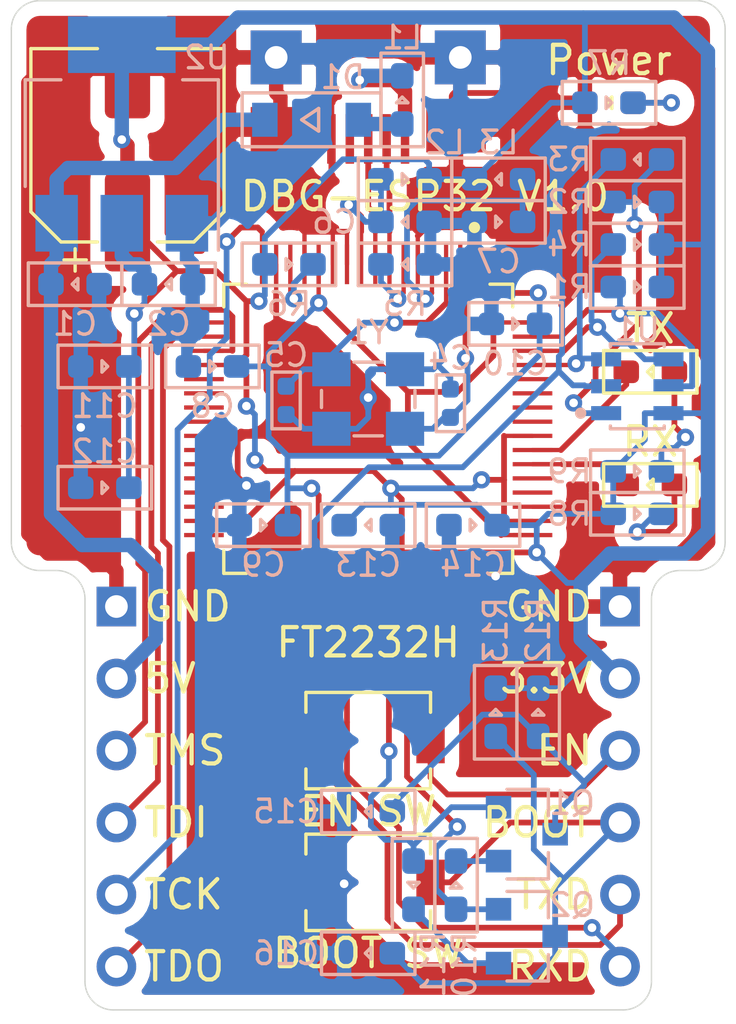
<source format=kicad_pcb>
(kicad_pcb (version 20171130) (host pcbnew "(5.1.10-1-10_14)")
  (title_block (title "ESP32 Debugger") (date 2021-11-25) (rev V1.0) (company https://github.com/KimiakiK))
  (layers (0 F.Cu signal) (31 B.Cu signal) (34 B.Paste user) (35 F.Paste user) (36 B.SilkS user) (37 F.SilkS user) (38 B.Mask user) (39 F.Mask user) (44 Edge.Cuts user))
  (net 0 "")
  (net 1 GND)
  (net 2 +5V)
  (net 3 +3V3)
  (net 4 FT_OSCI)
  (net 5 FT_OSCO)
  (net 6 "Net-(C6-Pad1)")
  (net 7 "Net-(C7-Pad1)")
  (net 8 +1V8)
  (net 9 EN)
  (net 10 BOOT)
  (net 11 "Net-(D1-Pad2)")
  (net 12 "Net-(D2-Pad2)")
  (net 13 "Net-(D3-Pad2)")
  (net 14 FT_LED_RX)
  (net 15 "Net-(D4-Pad2)")
  (net 16 FT_LED_TX)
  (net 17 "Net-(J1-Pad4)")
  (net 18 USB_DP)
  (net 19 USB_DM)
  (net 20 "Net-(J1-Pad1)")
  (net 21 FT_TMS)
  (net 22 FT_TDI)
  (net 23 FT_TCK)
  (net 24 FT_TDO)
  (net 25 FT_RXD)
  (net 26 FT_TXD)
  (net 27 FT_RTS)
  (net 28 "Net-(Q1-Pad1)")
  (net 29 FT_DTR)
  (net 30 "Net-(Q2-Pad1)")
  (net 31 FT_EECS)
  (net 32 "Net-(R2-Pad2)")
  (net 33 FT_EEDATA)
  (net 34 FT_EECLK)
  (net 35 "Net-(R5-Pad1)")
  (net 36 "Net-(R6-Pad1)")
  (net 37 "Net-(U3-Pad21)")
  (net 38 "Net-(U3-Pad22)")
  (net 39 "Net-(U3-Pad23)")
  (net 40 "Net-(U3-Pad24)")
  (net 41 "Net-(U3-Pad26)")
  (net 42 "Net-(U3-Pad27)")
  (net 43 "Net-(U3-Pad28)")
  (net 44 "Net-(U3-Pad29)")
  (net 45 "Net-(U3-Pad30)")
  (net 46 "Net-(U3-Pad32)")
  (net 47 "Net-(U3-Pad33)")
  (net 48 "Net-(U3-Pad34)")
  (net 49 "Net-(U3-Pad36)")
  (net 50 "Net-(U3-Pad41)")
  (net 51 "Net-(U3-Pad44)")
  (net 52 "Net-(U3-Pad45)")
  (net 53 "Net-(U3-Pad46)")
  (net 54 "Net-(U3-Pad48)")
  (net 55 "Net-(U3-Pad52)")
  (net 56 "Net-(U3-Pad53)")
  (net 57 "Net-(U3-Pad57)")
  (net 58 "Net-(U3-Pad58)")
  (net 59 "Net-(U3-Pad59)")
  (net 60 "Net-(U3-Pad60)")
  (module DBG-ESP32:1608Metric (layer B.Cu) (at -5.5 -7.2 180)
    (fp_text reference C8 (at 0 -1.4) (layer B.SilkS) (effects (font (size 0.8 0.8) (thickness 0.12)) (justify mirror)))
    (fp_text value 0.1uF)
    (pad 2 smd roundrect (at 0.85 0 180) (size 0.9 0.8) (layers B.Cu B.Paste B.Mask) (net 1 GND))
    (pad 1 smd roundrect (at -0.85 0 180) (size 0.9 0.8) (layers B.Cu B.Paste B.Mask) (net 8 +1V8))
  )
  (module DBG-ESP32:Crystal_SMD_3225-4Pin_3.2x2.5mm_HandSoldering (layer B.Cu) (at 0 -6.05 180)
    (fp_text reference Y1 (at 0 2.35) (layer B.SilkS) (effects (font (size 0.8 0.8) (thickness 0.12)) (justify mirror)))
    (fp_text value 12MHz)
    (pad 1 smd rect (at -1.3 -1.05 180) (size 1.35 1.2) (layers B.Cu B.Paste B.Mask) (net 4 FT_OSCI))
    (pad 2 smd rect (at 1.3 -1.05 180) (size 1.35 1.2) (layers B.Cu B.Paste B.Mask) (net 1 GND))
    (pad 3 smd rect (at 1.3 1.05 180) (size 1.35 1.2) (layers B.Cu B.Paste B.Mask) (net 5 FT_OSCO))
    (pad 4 smd rect (at -1.3 1.05 180) (size 1.35 1.2) (layers B.Cu B.Paste B.Mask) (net 1 GND))
  )
  (module DBG-ESP32:ZX62-B-5PA_2 (layer F.Cu) (at 0 -18.1 180)
    (fp_text reference J1 hide)
    (fp_text value USB_B_Micro)
    (pad 1 smd rect (at -1.3 -2.875 180) (size 0.3 1.75) (layers F.Cu F.Paste F.Mask) (net 20 "Net-(J1-Pad1)"))
    (pad 2 smd rect (at -0.65 -2.875 180) (size 0.3 1.75) (layers F.Cu F.Paste F.Mask) (net 19 USB_DM))
    (pad 3 smd rect (at 0 -2.875 180) (size 0.3 1.75) (layers F.Cu F.Paste F.Mask) (net 18 USB_DP))
    (pad 4 smd rect (at 0.65 -2.875 180) (size 0.3 1.75) (layers F.Cu F.Paste F.Mask) (net 17 "Net-(J1-Pad4)"))
    (pad 5 smd rect (at 1.3 -2.875 180) (size 0.3 1.75) (layers F.Cu F.Paste F.Mask) (net 1 GND))
    (pad 6 smd rect (at -3.1 -2.55 180) (size 2.1 1.6) (layers F.Cu F.Paste F.Mask) (net 1 GND))
    (pad 6 smd rect (at 3.1 -2.55 180) (size 2.1 1.6) (layers F.Cu F.Paste F.Mask) (net 1 GND))
    (pad 6 thru_hole rect (at -3.25 0 180) (size 1.8 1.9) (drill 0.8) (layers *.Cu *.Mask) (net 1 GND))
    (pad 6 thru_hole rect (at 3.25 0 180) (size 1.8 1.9) (drill 0.8) (layers *.Cu *.Mask) (net 1 GND))
  )
  (module DBG-ESP32:DBG-ESP32-CN (layer F.Cu) (at 0 1.27)
    (fp_text reference J2 hide)
    (fp_text value DBG-ESP32_CN)
    (pad 12 thru_hole rect (at 8.89 0) (size 1.4 1.4) (drill 0.8) (layers *.Cu *.Mask) (net 1 GND))
    (pad 11 thru_hole circle (at 8.89 2.54) (size 1.4 1.4) (drill 0.8) (layers *.Cu *.Mask) (net 3 +3V3))
    (pad 10 thru_hole circle (at 8.89 5.08) (size 1.4 1.4) (drill 0.8) (layers *.Cu *.Mask) (net 9 EN))
    (pad 9 thru_hole circle (at 8.89 7.62) (size 1.4 1.4) (drill 0.8) (layers *.Cu *.Mask) (net 10 BOOT))
    (pad 8 thru_hole circle (at 8.89 10.16) (size 1.4 1.4) (drill 0.8) (layers *.Cu *.Mask) (net 26 FT_TXD))
    (pad 7 thru_hole circle (at 8.89 12.7) (size 1.4 1.4) (drill 0.8) (layers *.Cu *.Mask) (net 25 FT_RXD))
    (pad 6 thru_hole circle (at -8.89 12.7) (size 1.4 1.4) (drill 0.8) (layers *.Cu *.Mask) (net 24 FT_TDO))
    (pad 5 thru_hole circle (at -8.89 10.16) (size 1.4 1.4) (drill 0.8) (layers *.Cu *.Mask) (net 23 FT_TCK))
    (pad 4 thru_hole circle (at -8.89 7.62) (size 1.4 1.4) (drill 0.8) (layers *.Cu *.Mask) (net 22 FT_TDI))
    (pad 3 thru_hole circle (at -8.89 5.08) (size 1.4 1.4) (drill 0.8) (layers *.Cu *.Mask) (net 21 FT_TMS))
    (pad 2 thru_hole circle (at -8.89 2.54) (size 1.4 1.4) (drill 0.8) (layers *.Cu *.Mask) (net 2 +5V))
    (pad 1 thru_hole rect (at -8.89 0) (size 1.4 1.4) (drill 0.8) (layers *.Cu *.Mask) (net 1 GND))
  )
  (module DBG-ESP32:LQFP-64-10x10mm-P0.5mm_FusionPCB (layer F.Cu) (at 0 -5 270)
    (fp_text reference U3 hide)
    (fp_text value FT2232HL)
    (pad 1 smd rect (at -5.8 -3.75 270) (size 1.4 0.15) (layers F.Cu F.Paste F.Mask) (net 1 GND))
    (pad 2 smd rect (at -5.8 -3.25 270) (size 1.4 0.15) (layers F.Cu F.Paste F.Mask) (net 4 FT_OSCI))
    (pad 3 smd rect (at -5.8 -2.75 270) (size 1.4 0.15) (layers F.Cu F.Paste F.Mask) (net 5 FT_OSCO))
    (pad 4 smd rect (at -5.8 -2.25 270) (size 1.4 0.15) (layers F.Cu F.Paste F.Mask) (net 7 "Net-(C7-Pad1)"))
    (pad 5 smd rect (at -5.8 -1.75 270) (size 1.4 0.15) (layers F.Cu F.Paste F.Mask) (net 1 GND))
    (pad 6 smd rect (at -5.8 -1.25 270) (size 1.4 0.15) (layers F.Cu F.Paste F.Mask) (net 35 "Net-(R5-Pad1)"))
    (pad 7 smd rect (at -5.8 -0.75 270) (size 1.4 0.15) (layers F.Cu F.Paste F.Mask) (net 19 USB_DM))
    (pad 8 smd rect (at -5.8 -0.25 270) (size 1.4 0.15) (layers F.Cu F.Paste F.Mask) (net 18 USB_DP))
    (pad 9 smd rect (at -5.8 0.25 270) (size 1.4 0.15) (layers F.Cu F.Paste F.Mask) (net 6 "Net-(C6-Pad1)"))
    (pad 10 smd rect (at -5.8 0.75 270) (size 1.4 0.15) (layers F.Cu F.Paste F.Mask) (net 1 GND))
    (pad 11 smd rect (at -5.8 1.25 270) (size 1.4 0.15) (layers F.Cu F.Paste F.Mask) (net 1 GND))
    (pad 12 smd rect (at -5.8 1.75 270) (size 1.4 0.15) (layers F.Cu F.Paste F.Mask) (net 8 +1V8))
    (pad 13 smd rect (at -5.8 2.25 270) (size 1.4 0.15) (layers F.Cu F.Paste F.Mask) (net 1 GND))
    (pad 14 smd rect (at -5.8 2.75 270) (size 1.4 0.15) (layers F.Cu F.Paste F.Mask) (net 36 "Net-(R6-Pad1)"))
    (pad 15 smd rect (at -5.8 3.25 270) (size 1.4 0.15) (layers F.Cu F.Paste F.Mask) (net 1 GND))
    (pad 16 smd rect (at -5.8 3.75 270) (size 1.4 0.15) (layers F.Cu F.Paste F.Mask) (net 23 FT_TCK))
    (pad 17 smd rect (at -3.75 5.8 270) (size 0.15 1.4) (layers F.Cu F.Paste F.Mask) (net 22 FT_TDI))
    (pad 18 smd rect (at -3.25 5.8 270) (size 0.15 1.4) (layers F.Cu F.Paste F.Mask) (net 24 FT_TDO))
    (pad 19 smd rect (at -2.75 5.8 270) (size 0.15 1.4) (layers F.Cu F.Paste F.Mask) (net 21 FT_TMS))
    (pad 20 smd rect (at -2.25 5.8 270) (size 0.15 1.4) (layers F.Cu F.Paste F.Mask) (net 3 +3V3))
    (pad 21 smd rect (at -1.75 5.8 270) (size 0.15 1.4) (layers F.Cu F.Paste F.Mask) (net 37 "Net-(U3-Pad21)"))
    (pad 22 smd rect (at -1.25 5.8 270) (size 0.15 1.4) (layers F.Cu F.Paste F.Mask) (net 38 "Net-(U3-Pad22)"))
    (pad 23 smd rect (at -0.75 5.8 270) (size 0.15 1.4) (layers F.Cu F.Paste F.Mask) (net 39 "Net-(U3-Pad23)"))
    (pad 24 smd rect (at -0.25 5.8 270) (size 0.15 1.4) (layers F.Cu F.Paste F.Mask) (net 40 "Net-(U3-Pad24)"))
    (pad 25 smd rect (at 0.25 5.8 270) (size 0.15 1.4) (layers F.Cu F.Paste F.Mask) (net 1 GND))
    (pad 26 smd rect (at 0.75 5.8 270) (size 0.15 1.4) (layers F.Cu F.Paste F.Mask) (net 41 "Net-(U3-Pad26)"))
    (pad 27 smd rect (at 1.25 5.8 270) (size 0.15 1.4) (layers F.Cu F.Paste F.Mask) (net 42 "Net-(U3-Pad27)"))
    (pad 28 smd rect (at 1.75 5.8 270) (size 0.15 1.4) (layers F.Cu F.Paste F.Mask) (net 43 "Net-(U3-Pad28)"))
    (pad 29 smd rect (at 2.25 5.8 270) (size 0.15 1.4) (layers F.Cu F.Paste F.Mask) (net 44 "Net-(U3-Pad29)"))
    (pad 30 smd rect (at 2.75 5.8 270) (size 0.15 1.4) (layers F.Cu F.Paste F.Mask) (net 45 "Net-(U3-Pad30)"))
    (pad 31 smd rect (at 3.25 5.8 270) (size 0.15 1.4) (layers F.Cu F.Paste F.Mask) (net 3 +3V3))
    (pad 32 smd rect (at 3.75 5.8 270) (size 0.15 1.4) (layers F.Cu F.Paste F.Mask) (net 46 "Net-(U3-Pad32)"))
    (pad 33 smd rect (at 5.8 3.75 270) (size 1.4 0.15) (layers F.Cu F.Paste F.Mask) (net 47 "Net-(U3-Pad33)"))
    (pad 34 smd rect (at 5.8 3.25 270) (size 1.4 0.15) (layers F.Cu F.Paste F.Mask) (net 48 "Net-(U3-Pad34)"))
    (pad 35 smd rect (at 5.8 2.75 270) (size 1.4 0.15) (layers F.Cu F.Paste F.Mask) (net 1 GND))
    (pad 36 smd rect (at 5.8 2.25 270) (size 1.4 0.15) (layers F.Cu F.Paste F.Mask) (net 49 "Net-(U3-Pad36)"))
    (pad 37 smd rect (at 5.8 1.75 270) (size 1.4 0.15) (layers F.Cu F.Paste F.Mask) (net 8 +1V8))
    (pad 38 smd rect (at 5.8 1.25 270) (size 1.4 0.15) (layers F.Cu F.Paste F.Mask) (net 26 FT_TXD))
    (pad 39 smd rect (at 5.8 0.75 270) (size 1.4 0.15) (layers F.Cu F.Paste F.Mask) (net 25 FT_RXD))
    (pad 40 smd rect (at 5.8 0.25 270) (size 1.4 0.15) (layers F.Cu F.Paste F.Mask) (net 27 FT_RTS))
    (pad 41 smd rect (at 5.8 -0.25 270) (size 1.4 0.15) (layers F.Cu F.Paste F.Mask) (net 50 "Net-(U3-Pad41)"))
    (pad 42 smd rect (at 5.8 -0.75 270) (size 1.4 0.15) (layers F.Cu F.Paste F.Mask) (net 3 +3V3))
    (pad 43 smd rect (at 5.8 -1.25 270) (size 1.4 0.15) (layers F.Cu F.Paste F.Mask) (net 29 FT_DTR))
    (pad 44 smd rect (at 5.8 -1.75 270) (size 1.4 0.15) (layers F.Cu F.Paste F.Mask) (net 51 "Net-(U3-Pad44)"))
    (pad 45 smd rect (at 5.8 -2.25 270) (size 1.4 0.15) (layers F.Cu F.Paste F.Mask) (net 52 "Net-(U3-Pad45)"))
    (pad 46 smd rect (at 5.8 -2.75 270) (size 1.4 0.15) (layers F.Cu F.Paste F.Mask) (net 53 "Net-(U3-Pad46)"))
    (pad 47 smd rect (at 5.8 -3.25 270) (size 1.4 0.15) (layers F.Cu F.Paste F.Mask) (net 1 GND))
    (pad 48 smd rect (at 5.8 -3.75 270) (size 1.4 0.15) (layers F.Cu F.Paste F.Mask) (net 54 "Net-(U3-Pad48)"))
    (pad 49 smd rect (at 3.75 -5.8 270) (size 0.15 1.4) (layers F.Cu F.Paste F.Mask) (net 8 +1V8))
    (pad 50 smd rect (at 3.25 -5.8 270) (size 0.15 1.4) (layers F.Cu F.Paste F.Mask) (net 3 +3V3))
    (pad 51 smd rect (at 2.75 -5.8 270) (size 0.15 1.4) (layers F.Cu F.Paste F.Mask) (net 1 GND))
    (pad 52 smd rect (at 2.25 -5.8 270) (size 0.15 1.4) (layers F.Cu F.Paste F.Mask) (net 55 "Net-(U3-Pad52)"))
    (pad 53 smd rect (at 1.75 -5.8 270) (size 0.15 1.4) (layers F.Cu F.Paste F.Mask) (net 56 "Net-(U3-Pad53)"))
    (pad 54 smd rect (at 1.25 -5.8 270) (size 0.15 1.4) (layers F.Cu F.Paste F.Mask) (net 14 FT_LED_RX))
    (pad 55 smd rect (at 0.75 -5.8 270) (size 0.15 1.4) (layers F.Cu F.Paste F.Mask) (net 16 FT_LED_TX))
    (pad 56 smd rect (at 0.25 -5.8 270) (size 0.15 1.4) (layers F.Cu F.Paste F.Mask) (net 3 +3V3))
    (pad 57 smd rect (at -0.25 -5.8 270) (size 0.15 1.4) (layers F.Cu F.Paste F.Mask) (net 57 "Net-(U3-Pad57)"))
    (pad 58 smd rect (at -0.75 -5.8 270) (size 0.15 1.4) (layers F.Cu F.Paste F.Mask) (net 58 "Net-(U3-Pad58)"))
    (pad 59 smd rect (at -1.25 -5.8 270) (size 0.15 1.4) (layers F.Cu F.Paste F.Mask) (net 59 "Net-(U3-Pad59)"))
    (pad 60 smd rect (at -1.75 -5.8 270) (size 0.15 1.4) (layers F.Cu F.Paste F.Mask) (net 60 "Net-(U3-Pad60)"))
    (pad 61 smd rect (at -2.25 -5.8 270) (size 0.15 1.4) (layers F.Cu F.Paste F.Mask) (net 33 FT_EEDATA))
    (pad 62 smd rect (at -2.75 -5.8 270) (size 0.15 1.4) (layers F.Cu F.Paste F.Mask) (net 34 FT_EECLK))
    (pad 63 smd rect (at -3.25 -5.8 270) (size 0.15 1.4) (layers F.Cu F.Paste F.Mask) (net 31 FT_EECS))
    (pad 64 smd rect (at -3.75 -5.8 270) (size 0.15 1.4) (layers F.Cu F.Paste F.Mask) (net 8 +1V8))
  )
  (module DBG-ESP32:SOT-223-3_TabPin2 (layer B.Cu) (at -8.7 -15.4 90)
    (fp_text reference U2 (at 2.7 3 180) (layer B.SilkS) (effects (font (size 0.8 0.8) (thickness 0.12)) (justify mirror)))
    (fp_text value ADP3338AKCZ)
    (pad 2 smd rect (at 3.15 0 90) (size 2 3.8) (layers B.Cu B.Paste B.Mask) (net 3 +3V3))
    (pad 2 smd rect (at -3.15 0 90) (size 2 1.5) (layers B.Cu B.Paste B.Mask) (net 3 +3V3))
    (pad 3 smd rect (at -3.15 -2.3 90) (size 2 1.5) (layers B.Cu B.Paste B.Mask) (net 2 +5V))
    (pad 1 smd rect (at -3.15 2.3 90) (size 2 1.5) (layers B.Cu B.Paste B.Mask) (net 1 GND))
  )
  (module DBG-ESP32:SOT-23-6 (layer B.Cu) (at 9.5 -6.5)
    (fp_text reference U1 (at 0 -2) (layer B.SilkS) (effects (font (size 0.8 0.8) (thickness 0.12)) (justify mirror)))
    (fp_text value 93LC46B_OT)
    (pad 1 smd rect (at -1.1 0.95) (size 1.06 0.5) (layers B.Cu B.Paste B.Mask) (net 32 "Net-(R2-Pad2)"))
    (pad 2 smd rect (at -1.1 0) (size 1.06 0.5) (layers B.Cu B.Paste B.Mask) (net 1 GND))
    (pad 3 smd rect (at -1.1 -0.95) (size 1.06 0.5) (layers B.Cu B.Paste B.Mask) (net 33 FT_EEDATA))
    (pad 4 smd rect (at 1.1 -0.95) (size 1.06 0.5) (layers B.Cu B.Paste B.Mask) (net 34 FT_EECLK))
    (pad 6 smd rect (at 1.1 0.95) (size 1.06 0.5) (layers B.Cu B.Paste B.Mask) (net 3 +3V3))
    (pad 5 smd rect (at 1.1 0) (size 1.06 0.5) (layers B.Cu B.Paste B.Mask) (net 31 FT_EECS))
  )
  (module DBG-ESP32:SW_TVAF06 (layer F.Cu) (at 0 11 270)
    (fp_text reference SW2 hide)
    (fp_text value SW_Push)
    (pad "" np_thru_hole circle (at 0.9 0 270) (size 0.75 0.75) (drill 0.75) (layers *.Cu *.Mask))
    (pad "" np_thru_hole circle (at -0.9 0 270) (size 0.75 0.75) (drill 0.75) (layers *.Cu *.Mask))
    (pad 2 smd rect (at 0 2.2 270) (size 1.6 1) (layers F.Cu F.Paste F.Mask) (net 1 GND))
    (pad 1 smd rect (at 0 -2.2 270) (size 1.6 1) (layers F.Cu F.Paste F.Mask) (net 10 BOOT))
  )
  (module DBG-ESP32:SW_TVAF06 (layer F.Cu) (at 0 6 270)
    (fp_text reference SW1 hide)
    (fp_text value SW_Push)
    (pad "" np_thru_hole circle (at 0.9 0 270) (size 0.75 0.75) (drill 0.75) (layers *.Cu *.Mask))
    (pad "" np_thru_hole circle (at -0.9 0 270) (size 0.75 0.75) (drill 0.75) (layers *.Cu *.Mask))
    (pad 2 smd rect (at 0 2.2 270) (size 1.6 1) (layers F.Cu F.Paste F.Mask) (net 1 GND))
    (pad 1 smd rect (at 0 -2.2 270) (size 1.6 1) (layers F.Cu F.Paste F.Mask) (net 9 EN))
  )
  (module DBG-ESP32:1608Metric (layer B.Cu) (at 4.5 5 270)
    (fp_text reference R13 (at -2.9 0 90) (layer B.SilkS) (effects (font (size 0.8 0.8) (thickness 0.12)) (justify mirror)))
    (fp_text value 10k)
    (pad 2 smd roundrect (at 0.85 0 270) (size 0.9 0.8) (layers B.Cu B.Paste B.Mask) (net 10 BOOT))
    (pad 1 smd roundrect (at -0.85 0 270) (size 0.9 0.8) (layers B.Cu B.Paste B.Mask) (net 3 +3V3))
  )
  (module DBG-ESP32:1608Metric (layer B.Cu) (at 6 5 270)
    (fp_text reference R12 (at -2.9 0 90) (layer B.SilkS) (effects (font (size 0.8 0.8) (thickness 0.12)) (justify mirror)))
    (fp_text value 10k)
    (pad 2 smd roundrect (at 0.85 0 270) (size 0.9 0.8) (layers B.Cu B.Paste B.Mask) (net 9 EN))
    (pad 1 smd roundrect (at -0.85 0 270) (size 0.9 0.8) (layers B.Cu B.Paste B.Mask) (net 3 +3V3))
  )
  (module DBG-ESP32:1608Metric (layer B.Cu) (at 1.6 11.1 90)
    (fp_text reference R11 (at -2.8 0.7 90) (layer B.SilkS) (effects (font (size 0.8 0.8) (thickness 0.12)) (justify mirror)))
    (fp_text value 10k)
    (pad 2 smd roundrect (at 0.85 0 90) (size 0.9 0.8) (layers B.Cu B.Paste B.Mask) (net 27 FT_RTS))
    (pad 1 smd roundrect (at -0.85 0 90) (size 0.9 0.8) (layers B.Cu B.Paste B.Mask) (net 30 "Net-(Q2-Pad1)"))
  )
  (module DBG-ESP32:1608Metric (layer B.Cu) (at 3.1 11.1 270)
    (fp_text reference R10 (at 2.8 -0.3 90) (layer B.SilkS) (effects (font (size 0.8 0.8) (thickness 0.12)) (justify mirror)))
    (fp_text value 10k)
    (pad 2 smd roundrect (at 0.85 0 270) (size 0.9 0.8) (layers B.Cu B.Paste B.Mask) (net 29 FT_DTR))
    (pad 1 smd roundrect (at -0.85 0 270) (size 0.9 0.8) (layers B.Cu B.Paste B.Mask) (net 28 "Net-(Q1-Pad1)"))
  )
  (module DBG-ESP32:1608Metric (layer B.Cu) (at 9.5 -3.5 180)
    (fp_text reference R9 (at 2.4 0 180) (layer B.SilkS) (effects (font (size 0.8 0.8) (thickness 0.12)) (justify mirror)))
    (fp_text value 2.2k)
    (pad 2 smd roundrect (at 0.85 0 180) (size 0.9 0.8) (layers B.Cu B.Paste B.Mask) (net 3 +3V3))
    (pad 1 smd roundrect (at -0.85 0 180) (size 0.9 0.8) (layers B.Cu B.Paste B.Mask) (net 15 "Net-(D4-Pad2)"))
  )
  (module DBG-ESP32:1608Metric (layer B.Cu) (at 9.5 -2 180)
    (fp_text reference R8 (at 2.4 0 180) (layer B.SilkS) (effects (font (size 0.8 0.8) (thickness 0.12)) (justify mirror)))
    (fp_text value 2.2k)
    (pad 2 smd roundrect (at 0.85 0 180) (size 0.9 0.8) (layers B.Cu B.Paste B.Mask) (net 3 +3V3))
    (pad 1 smd roundrect (at -0.85 0 180) (size 0.9 0.8) (layers B.Cu B.Paste B.Mask) (net 13 "Net-(D3-Pad2)"))
  )
  (module DBG-ESP32:1608Metric (layer B.Cu) (at 8.5 -16.5 180)
    (fp_text reference R7 (at 0 1.4) (layer B.SilkS) (effects (font (size 0.8 0.8) (thickness 0.12)) (justify mirror)))
    (fp_text value 2.2k)
    (pad 2 smd roundrect (at 0.85 0 180) (size 0.9 0.8) (layers B.Cu B.Paste B.Mask) (net 3 +3V3))
    (pad 1 smd roundrect (at -0.85 0 180) (size 0.9 0.8) (layers B.Cu B.Paste B.Mask) (net 12 "Net-(D2-Pad2)"))
  )
  (module DBG-ESP32:1608Metric (layer B.Cu) (at -2.8 -10.8 180)
    (fp_text reference R6 (at 0 -1.4) (layer B.SilkS) (effects (font (size 0.8 0.8) (thickness 0.12)) (justify mirror)))
    (fp_text value 10k)
    (pad 2 smd roundrect (at 0.85 0 180) (size 0.9 0.8) (layers B.Cu B.Paste B.Mask) (net 3 +3V3))
    (pad 1 smd roundrect (at -0.85 0 180) (size 0.9 0.8) (layers B.Cu B.Paste B.Mask) (net 36 "Net-(R6-Pad1)"))
  )
  (module DBG-ESP32:1608Metric (layer B.Cu) (at 1.3 -10.8)
    (fp_text reference R5 (at 0 1.4) (layer B.SilkS) (effects (font (size 0.8 0.8) (thickness 0.12)) (justify mirror)))
    (fp_text value 10k)
    (pad 2 smd roundrect (at 0.85 0) (size 0.9 0.8) (layers B.Cu B.Paste B.Mask) (net 1 GND))
    (pad 1 smd roundrect (at -0.85 0) (size 0.9 0.8) (layers B.Cu B.Paste B.Mask) (net 35 "Net-(R5-Pad1)"))
  )
  (module DBG-ESP32:1608Metric (layer B.Cu) (at 9.5 -11.5 180)
    (fp_text reference R4 (at 2.4 0) (layer B.SilkS) (effects (font (size 0.8 0.8) (thickness 0.12)) (justify mirror)))
    (fp_text value 10k)
    (pad 2 smd roundrect (at 0.85 0 180) (size 0.9 0.8) (layers B.Cu B.Paste B.Mask) (net 34 FT_EECLK))
    (pad 1 smd roundrect (at -0.85 0 180) (size 0.9 0.8) (layers B.Cu B.Paste B.Mask) (net 3 +3V3))
  )
  (module DBG-ESP32:1608Metric (layer B.Cu) (at 9.5 -14.5)
    (fp_text reference R3 (at -2.4 0) (layer B.SilkS) (effects (font (size 0.8 0.8) (thickness 0.12)) (justify mirror)))
    (fp_text value 2.2k)
    (pad 2 smd roundrect (at 0.85 0) (size 0.9 0.8) (layers B.Cu B.Paste B.Mask) (net 32 "Net-(R2-Pad2)"))
    (pad 1 smd roundrect (at -0.85 0) (size 0.9 0.8) (layers B.Cu B.Paste B.Mask) (net 33 FT_EEDATA))
  )
  (module DBG-ESP32:1608Metric (layer B.Cu) (at 9.5 -13 180)
    (fp_text reference R2 (at 2.4 0) (layer B.SilkS) (effects (font (size 0.8 0.8) (thickness 0.12)) (justify mirror)))
    (fp_text value 10k)
    (pad 2 smd roundrect (at 0.85 0 180) (size 0.9 0.8) (layers B.Cu B.Paste B.Mask) (net 32 "Net-(R2-Pad2)"))
    (pad 1 smd roundrect (at -0.85 0 180) (size 0.9 0.8) (layers B.Cu B.Paste B.Mask) (net 3 +3V3))
  )
  (module DBG-ESP32:1608Metric (layer B.Cu) (at 9.5 -10 180)
    (fp_text reference R1 (at 2.4 0) (layer B.SilkS) (effects (font (size 0.8 0.8) (thickness 0.12)) (justify mirror)))
    (fp_text value 10k)
    (pad 2 smd roundrect (at 0.85 0 180) (size 0.9 0.8) (layers B.Cu B.Paste B.Mask) (net 31 FT_EECS))
    (pad 1 smd roundrect (at -0.85 0 180) (size 0.9 0.8) (layers B.Cu B.Paste B.Mask) (net 3 +3V3))
  )
  (module DBG-ESP32:SOT-23 (layer B.Cu) (at 5.6 12.9)
    (fp_text reference Q2 (at 1.6 -1.1) (layer B.SilkS) (effects (font (size 0.8 0.8) (thickness 0.12)) (justify mirror)))
    (fp_text value 2SC2712)
    (pad 3 smd rect (at 1 0) (size 0.9 0.8) (layers B.Cu B.Paste B.Mask) (net 10 BOOT))
    (pad 2 smd rect (at -1 -0.95) (size 0.9 0.8) (layers B.Cu B.Paste B.Mask) (net 29 FT_DTR))
    (pad 1 smd rect (at -1 0.95) (size 0.9 0.8) (layers B.Cu B.Paste B.Mask) (net 30 "Net-(Q2-Pad1)"))
  )
  (module DBG-ESP32:SOT-23 (layer B.Cu) (at 5.6 9.3)
    (fp_text reference Q1 (at 1.6 -1.1) (layer B.SilkS) (effects (font (size 0.8 0.8) (thickness 0.12)) (justify mirror)))
    (fp_text value 2SC2712)
    (pad 3 smd rect (at 1 0) (size 0.9 0.8) (layers B.Cu B.Paste B.Mask) (net 9 EN))
    (pad 2 smd rect (at -1 -0.95) (size 0.9 0.8) (layers B.Cu B.Paste B.Mask) (net 27 FT_RTS))
    (pad 1 smd rect (at -1 0.95) (size 0.9 0.8) (layers B.Cu B.Paste B.Mask) (net 28 "Net-(Q1-Pad1)"))
  )
  (module DBG-ESP32:1608Metric (layer B.Cu) (at 4.6 -13.8)
    (fp_text reference L3 (at 0 -1.3) (layer B.SilkS) (effects (font (size 0.8 0.8) (thickness 0.12)) (justify mirror)))
    (fp_text value BLM18P)
    (pad 2 smd roundrect (at 0.85 0) (size 0.9 0.8) (layers B.Cu B.Paste B.Mask) (net 7 "Net-(C7-Pad1)"))
    (pad 1 smd roundrect (at -0.85 0) (size 0.9 0.8) (layers B.Cu B.Paste B.Mask) (net 3 +3V3))
  )
  (module DBG-ESP32:1608Metric (layer B.Cu) (at 1.3 -13.8 180)
    (fp_text reference L2 (at -1.4 1.3) (layer B.SilkS) (effects (font (size 0.8 0.8) (thickness 0.12)) (justify mirror)))
    (fp_text value BLM18P)
    (pad 2 smd roundrect (at 0.85 0 180) (size 0.9 0.8) (layers B.Cu B.Paste B.Mask) (net 6 "Net-(C6-Pad1)"))
    (pad 1 smd roundrect (at -0.85 0 180) (size 0.9 0.8) (layers B.Cu B.Paste B.Mask) (net 3 +3V3))
  )
  (module DBG-ESP32:1608Metric (layer B.Cu) (at 1.2 -16.6 270)
    (fp_text reference L1 (at -2.2 0 180) (layer B.SilkS) (effects (font (size 0.8 0.8) (thickness 0.12)) (justify mirror)))
    (fp_text value BLM18P)
    (pad 2 smd roundrect (at 0.85 0 270) (size 0.9 0.8) (layers B.Cu B.Paste B.Mask) (net 11 "Net-(D1-Pad2)"))
    (pad 1 smd roundrect (at -0.85 0 270) (size 0.9 0.8) (layers B.Cu B.Paste B.Mask) (net 20 "Net-(J1-Pad1)"))
  )
  (module DBG-ESP32:1608Metric (layer F.Cu) (at 9.96 -7.01)
    (fp_text reference D4 hide)
    (fp_text value LED_TX)
    (pad 2 smd roundrect (at 0.85 0) (size 0.9 0.8) (layers F.Cu F.Paste F.Mask) (net 15 "Net-(D4-Pad2)"))
    (pad 1 smd roundrect (at -0.85 0) (size 0.9 0.8) (layers F.Cu F.Paste F.Mask) (net 16 FT_LED_TX))
  )
  (module DBG-ESP32:1608Metric (layer F.Cu) (at 9.96 -3.02)
    (fp_text reference D3 hide)
    (fp_text value LED_RX)
    (pad 2 smd roundrect (at 0.85 0) (size 0.9 0.8) (layers F.Cu F.Paste F.Mask) (net 13 "Net-(D3-Pad2)"))
    (pad 1 smd roundrect (at -0.85 0) (size 0.9 0.8) (layers F.Cu F.Paste F.Mask) (net 14 FT_LED_RX))
  )
  (module DBG-ESP32:1608Metric (layer F.Cu) (at 8.5 -16.5)
    (fp_text reference D2 hide)
    (fp_text value LED_POWER)
    (pad 2 smd roundrect (at 0.85 0) (size 0.9 0.8) (layers F.Cu F.Paste F.Mask) (net 12 "Net-(D2-Pad2)"))
    (pad 1 smd roundrect (at -0.85 0) (size 0.9 0.8) (layers F.Cu F.Paste F.Mask) (net 1 GND))
  )
  (module DBG-ESP32:D_SOD-123 (layer B.Cu) (at -2 -15.9)
    (fp_text reference D1 (at 1.1 -1.5) (layer B.SilkS) (effects (font (size 0.8 0.8) (thickness 0.12)) (justify mirror)))
    (fp_text value RB160M-30)
    (pad 1 smd rect (at -1.65 0) (size 0.9 1.2) (layers B.Cu B.Paste B.Mask) (net 2 +5V))
    (pad 2 smd rect (at 1.65 0) (size 0.9 1.2) (layers B.Cu B.Paste B.Mask) (net 11 "Net-(D1-Pad2)"))
  )
  (module DBG-ESP32:1608Metric (layer B.Cu) (at 0 13.5)
    (fp_text reference C16 (at -2.9 0) (layer B.SilkS) (effects (font (size 0.8 0.8) (thickness 0.12)) (justify mirror)))
    (fp_text value 0.1uF)
    (pad 2 smd roundrect (at 0.85 0) (size 0.9 0.8) (layers B.Cu B.Paste B.Mask) (net 10 BOOT))
    (pad 1 smd roundrect (at -0.85 0) (size 0.9 0.8) (layers B.Cu B.Paste B.Mask) (net 1 GND))
  )
  (module DBG-ESP32:1608Metric (layer B.Cu) (at 0 8.5)
    (fp_text reference C15 (at -2.9 0) (layer B.SilkS) (effects (font (size 0.8 0.8) (thickness 0.12)) (justify mirror)))
    (fp_text value 0.1uF)
    (pad 2 smd roundrect (at 0.85 0) (size 0.9 0.8) (layers B.Cu B.Paste B.Mask) (net 9 EN))
    (pad 1 smd roundrect (at -0.85 0) (size 0.9 0.8) (layers B.Cu B.Paste B.Mask) (net 1 GND))
  )
  (module DBG-ESP32:1608Metric (layer B.Cu) (at 3.7 -1.6 180)
    (fp_text reference C14 (at 0 -1.4) (layer B.SilkS) (effects (font (size 0.8 0.8) (thickness 0.12)) (justify mirror)))
    (fp_text value 0.1uF)
    (pad 2 smd roundrect (at 0.85 0 180) (size 0.9 0.8) (layers B.Cu B.Paste B.Mask) (net 1 GND))
    (pad 1 smd roundrect (at -0.85 0 180) (size 0.9 0.8) (layers B.Cu B.Paste B.Mask) (net 3 +3V3))
  )
  (module DBG-ESP32:1608Metric (layer B.Cu) (at 0 -1.6)
    (fp_text reference C13 (at 0 1.4) (layer B.SilkS) (effects (font (size 0.8 0.8) (thickness 0.12)) (justify mirror)))
    (fp_text value 0.1uF)
    (pad 2 smd roundrect (at 0.85 0) (size 0.9 0.8) (layers B.Cu B.Paste B.Mask) (net 1 GND))
    (pad 1 smd roundrect (at -0.85 0) (size 0.9 0.8) (layers B.Cu B.Paste B.Mask) (net 3 +3V3))
  )
  (module DBG-ESP32:1608Metric (layer B.Cu) (at -9.3 -2.921 180)
    (fp_text reference C12 (at 0 1.279) (layer B.SilkS) (effects (font (size 0.8 0.8) (thickness 0.12)) (justify mirror)))
    (fp_text value 0.1uF)
    (pad 2 smd roundrect (at 0.85 0 180) (size 0.9 0.8) (layers B.Cu B.Paste B.Mask) (net 1 GND))
    (pad 1 smd roundrect (at -0.85 0 180) (size 0.9 0.8) (layers B.Cu B.Paste B.Mask) (net 3 +3V3))
  )
  (module DBG-ESP32:1608Metric (layer B.Cu) (at -9.3 -7.2 180)
    (fp_text reference C11 (at 0 -1.4) (layer B.SilkS) (effects (font (size 0.8 0.8) (thickness 0.12)) (justify mirror)))
    (fp_text value 0.1uF)
    (pad 2 smd roundrect (at 0.85 0 180) (size 0.9 0.8) (layers B.Cu B.Paste B.Mask) (net 1 GND))
    (pad 1 smd roundrect (at -0.85 0 180) (size 0.9 0.8) (layers B.Cu B.Paste B.Mask) (net 3 +3V3))
  )
  (module DBG-ESP32:1608Metric (layer B.Cu) (at 5.2 -8.7 180)
    (fp_text reference C10 (at 0 -1.4) (layer B.SilkS) (effects (font (size 0.8 0.8) (thickness 0.12)) (justify mirror)))
    (fp_text value 0.1uF)
    (pad 2 smd roundrect (at 0.85 0 180) (size 0.9 0.8) (layers B.Cu B.Paste B.Mask) (net 1 GND))
    (pad 1 smd roundrect (at -0.85 0 180) (size 0.9 0.8) (layers B.Cu B.Paste B.Mask) (net 8 +1V8))
  )
  (module DBG-ESP32:1608Metric (layer B.Cu) (at -3.7 -1.6 180)
    (fp_text reference C9 (at 0 -1.4) (layer B.SilkS) (effects (font (size 0.8 0.8) (thickness 0.12)) (justify mirror)))
    (fp_text value 0.1uF)
    (pad 2 smd roundrect (at 0.85 0 180) (size 0.9 0.8) (layers B.Cu B.Paste B.Mask) (net 1 GND))
    (pad 1 smd roundrect (at -0.85 0 180) (size 0.9 0.8) (layers B.Cu B.Paste B.Mask) (net 8 +1V8))
  )
  (module DBG-ESP32:1608Metric (layer B.Cu) (at 4.6 -12.3 180)
    (fp_text reference C7 (at 0 -1.4) (layer B.SilkS) (effects (font (size 0.8 0.8) (thickness 0.12)) (justify mirror)))
    (fp_text value 0.1uF)
    (pad 2 smd roundrect (at 0.85 0 180) (size 0.9 0.8) (layers B.Cu B.Paste B.Mask) (net 1 GND))
    (pad 1 smd roundrect (at -0.85 0 180) (size 0.9 0.8) (layers B.Cu B.Paste B.Mask) (net 7 "Net-(C7-Pad1)"))
  )
  (module DBG-ESP32:1608Metric (layer B.Cu) (at 1.3 -12.3)
    (fp_text reference C6 (at -2.5 0) (layer B.SilkS) (effects (font (size 0.8 0.8) (thickness 0.12)) (justify mirror)))
    (fp_text value 0.1uF)
    (pad 2 smd roundrect (at 0.85 0) (size 0.9 0.8) (layers B.Cu B.Paste B.Mask) (net 1 GND))
    (pad 1 smd roundrect (at -0.85 0) (size 0.9 0.8) (layers B.Cu B.Paste B.Mask) (net 6 "Net-(C6-Pad1)"))
  )
  (module DBG-ESP32:1005Metric (layer B.Cu) (at -2.9 -6 270)
    (fp_text reference C5 (at -1.6 0 180) (layer B.SilkS) (effects (font (size 0.8 0.8) (thickness 0.12)) (justify mirror)))
    (fp_text value 10pF)
    (pad 2 smd roundrect (at 0.5 0 270) (size 0.6 0.6) (layers B.Cu B.Paste B.Mask) (net 1 GND))
    (pad 1 smd roundrect (at -0.5 0 270) (size 0.6 0.6) (layers B.Cu B.Paste B.Mask) (net 5 FT_OSCO))
  )
  (module DBG-ESP32:1005Metric (layer B.Cu) (at 2.9 -5.9 90)
    (fp_text reference C4 (at 1.6 0 180) (layer B.SilkS) (effects (font (size 0.8 0.8) (thickness 0.12)) (justify mirror)))
    (fp_text value 10pF)
    (pad 2 smd roundrect (at 0.5 0 90) (size 0.6 0.6) (layers B.Cu B.Paste B.Mask) (net 1 GND))
    (pad 1 smd roundrect (at -0.5 0 90) (size 0.6 0.6) (layers B.Cu B.Paste B.Mask) (net 4 FT_OSCI))
  )
  (module DBG-ESP32:CP_Elec_6.3x7.7 (layer F.Cu) (at -8.5 -15 90)
    (fp_text reference C3 hide)
    (fp_text value 100uF)
    (pad 2 smd roundrect (at 2.7 0 90) (size 3.5 1.6) (layers F.Cu F.Paste F.Mask) (roundrect_rratio 0.15625) (net 1 GND))
    (pad 1 smd roundrect (at -2.7 0 90) (size 3.5 1.6) (layers F.Cu F.Paste F.Mask) (roundrect_rratio 0.15625) (net 3 +3V3))
  )
  (module DBG-ESP32:1608Metric (layer B.Cu) (at -7.05 -10.1)
    (fp_text reference C2 (at 0 1.4) (layer B.SilkS) (effects (font (size 0.8 0.8) (thickness 0.12)) (justify mirror)))
    (fp_text value 10uF)
    (pad 2 smd roundrect (at 0.85 0) (size 0.9 0.8) (layers B.Cu B.Paste B.Mask) (net 1 GND))
    (pad 1 smd roundrect (at -0.85 0) (size 0.9 0.8) (layers B.Cu B.Paste B.Mask) (net 3 +3V3))
  )
  (module DBG-ESP32:1608Metric (layer B.Cu) (at -10.35 -10.1)
    (fp_text reference C1 (at 0 1.4) (layer B.SilkS) (effects (font (size 0.8 0.8) (thickness 0.12)) (justify mirror)))
    (fp_text value 10uF)
    (pad 2 smd roundrect (at 0.85 0) (size 0.9 0.8) (layers B.Cu B.Paste B.Mask) (net 1 GND))
    (pad 1 smd roundrect (at -0.85 0) (size 0.9 0.8) (layers B.Cu B.Paste B.Mask) (net 2 +5V))
  )
  (gr_arc (start -11 1) (end -10 1) (angle -90) (layer Edge.Cuts) (width 0.05))
  (gr_arc (start -11.6 -1) (end -12.6 -1) (angle -90) (layer Edge.Cuts) (width 0.05))
  (gr_arc (start -11.6 -19.1) (end -11.6 -20.1) (angle -90) (layer Edge.Cuts) (width 0.05))
  (gr_arc (start 11.6 -19.1) (end 12.6 -19.1) (angle -90) (layer Edge.Cuts) (width 0.05))
  (gr_arc (start 11.6 -1) (end 11.6 0) (angle -90) (layer Edge.Cuts) (width 0.05))
  (gr_arc (start 11 1) (end 11 0) (angle -90) (layer Edge.Cuts) (width 0.05))
  (gr_arc (start 9 14.5) (end 9 15.5) (angle -90) (layer Edge.Cuts) (width 0.05))
  (gr_arc (start -9 14.5) (end -10 14.5) (angle -90) (layer Edge.Cuts) (width 0.05))
  (gr_text "DBG-ESP32 V1.0" (at 2 -13.2) (layer F.SilkS) (effects (font (size 1 1))))
  (gr_text TX (at 9.96 -8.534) (layer F.SilkS) (effects (font (size 1 1))))
  (gr_text RX (at 9.96 -4.544) (layer F.SilkS) (effects (font (size 1 1))))
  (gr_text FT2232H (at 0 2.54) (layer F.SilkS) (effects (font (size 1 1))))
  (gr_text GND (at 8.001 1.27) (layer F.SilkS) (effects (font (size 1 1)) (justify right)))
  (gr_text 3.3V (at 8.001 3.81) (layer F.SilkS) (effects (font (size 1 1)) (justify right)))
  (gr_text EN (at 8.001 6.35) (layer F.SilkS) (effects (font (size 1 1)) (justify right)))
  (gr_text BOOT (at 8.001 8.89) (layer F.SilkS) (effects (font (size 1 1)) (justify right)))
  (gr_text TXD (at 8.001 11.43) (layer F.SilkS) (effects (font (size 1 1)) (justify right)))
  (gr_text RXD (at 8.001 13.97) (layer F.SilkS) (effects (font (size 1 1)) (justify right)))
  (gr_text TDO (at -8.001 13.97) (layer F.SilkS) (effects (font (size 1 1)) (justify left)))
  (gr_text TCK (at -8.001 11.43) (layer F.SilkS) (effects (font (size 1 1)) (justify left)))
  (gr_text TDI (at -8.001 8.89) (layer F.SilkS) (effects (font (size 1 1)) (justify left)))
  (gr_text TMS (at -8.001 6.35) (layer F.SilkS) (effects (font (size 1 1)) (justify left)))
  (gr_text 5V (at -8.001 3.81) (layer F.SilkS) (effects (font (size 1 1)) (justify left)))
  (gr_text GND (at -8.001 1.27) (layer F.SilkS) (effects (font (size 1 1)) (justify left)))
  (gr_text "EN SW" (at 0 8.5) (layer F.SilkS) (effects (font (size 1 1))))
  (gr_text "BOOT SW" (at 0 13.5) (layer F.SilkS) (effects (font (size 1 1))))
  (gr_text Power (at 8.5 -18) (layer F.SilkS) (effects (font (size 1 1))))
  (gr_line (start 11.6 0) (end 11 0) (layer Edge.Cuts) (width 0.05))
  (gr_line (start 12.6 -19.1) (end 12.6 -1) (layer Edge.Cuts) (width 0.05))
  (gr_line (start -11.6 -20.1) (end 11.6 -20.1) (layer Edge.Cuts) (width 0.05))
  (gr_line (start -12.6 -1) (end -12.6 -19.1) (layer Edge.Cuts) (width 0.05))
  (gr_line (start -11 0) (end -11.6 0) (layer Edge.Cuts) (width 0.05))
  (gr_line (start -10 14.5) (end -10 1) (layer Edge.Cuts) (width 0.05))
  (gr_line (start 9 15.5) (end -9 15.5) (layer Edge.Cuts) (width 0.05))
  (gr_line (start 10 1) (end 10 14.5) (layer Edge.Cuts) (width 0.05))
  (segment (start 0.02778 -3.64169) (end 3.34019 -3.64169) (width 0.2032) (layer B.Cu) (net 1))
  (segment (start 3.34019 -3.64169) (end 6.7288 -7.0303) (width 0.2032) (layer B.Cu) (net 1))
  (segment (start 3.5 -8.7) (end 4.35 -8.7) (width 0.2032) (layer B.Cu) (net 1))
  (segment (start 3.1 -10.5) (end 3.1 -9.1) (width 0.2032) (layer B.Cu) (net 1))
  (segment (start 2.8 -10.8) (end 3.1 -10.5) (width 0.2032) (layer B.Cu) (net 1))
  (segment (start 2.15 -10.8) (end 2.8 -10.8) (width 0.2032) (layer B.Cu) (net 1))
  (segment (start -1.3 -15.225) (end -1.3 -18.1) (width 0.2032) (layer F.Cu) (net 1))
  (segment (start 6.5553 -16.8447) (end 6.9 -16.5) (width 0.2032) (layer F.Cu) (net 1))
  (segment (start 6.9 -16.5) (end 7.65 -16.5) (width 0.2032) (layer F.Cu) (net 1))
  (segment (start 3.2498 -16.8447) (end 6.5553 -16.8447) (width 0.2032) (layer F.Cu) (net 1))
  (via (at 4.497 0.1961) (size 0.6096) (layers F.Cu B.Cu) (net 1))
  (segment (start -1.3 -5) (end -2.2801 -5) (width 0.2032) (layer B.Cu) (net 1))
  (segment (start -2.7801 -5.5) (end -2.2801 -5) (width 0.2032) (layer B.Cu) (net 1))
  (segment (start -2.9 -5.5) (end -2.7801 -5.5) (width 0.2032) (layer B.Cu) (net 1))
  (segment (start 3.1 -15.55) (end 3.1 -14.4449) (width 0.2032) (layer F.Cu) (net 1))
  (segment (start 8.4 -6.5) (end 7.6666 -6.5) (width 0.2032) (layer B.Cu) (net 1))
  (segment (start 1.75 -11.8051) (end 2.6205 -12.6756) (width 0.2032) (layer F.Cu) (net 1))
  (segment (start 3.1 -13.1551) (end 3.1 -14.4449) (width 0.2032) (layer F.Cu) (net 1))
  (segment (start 2.6205 -12.6756) (end 3.1 -13.1551) (width 0.2032) (layer F.Cu) (net 1))
  (segment (start 3.25 -18.1) (end 3.25 -17.4725) (width 0.2032) (layer F.Cu) (net 1))
  (segment (start 3.25 -17.4725) (end 2.8723 -17.8502) (width 0.2032) (layer F.Cu) (net 1))
  (segment (start -4.55 -1.6) (end -4.3316 -1.6) (width 0.2032) (layer B.Cu) (net 1))
  (segment (start 2.85 -1.6) (end 2.85 -1.4509) (width 0.2032) (layer B.Cu) (net 1))
  (segment (start 7.6353 -6.5313) (end 7.6666 -6.5) (width 0.2032) (layer B.Cu) (net 1))
  (segment (start 7.2278 -6.5313) (end 7.6353 -6.5313) (width 0.2032) (layer B.Cu) (net 1))
  (segment (start 6.7288 -7.0303) (end 7.2278 -6.5313) (width 0.2032) (layer B.Cu) (net 1))
  (segment (start -3.8525 -18.1) (end -3.25 -18.1) (width 0.2032) (layer F.Cu) (net 1))
  (segment (start 2.15 -10.8) (end 2.15 -12.3) (width 0.2032) (layer B.Cu) (net 1))
  (segment (start 2.15 -12.3) (end 3.75 -12.3) (width 0.2032) (layer B.Cu) (net 1))
  (segment (start -2.75 0.8) (end -2.75 2.05) (width 0.1524) (layer F.Cu) (net 1))
  (segment (start 3.25 0.8) (end 3.25 2.05) (width 0.1524) (layer F.Cu) (net 1))
  (segment (start -2.2 11) (end -2.2 6) (width 0.508) (layer F.Cu) (net 1))
  (segment (start -6.2 -10.1) (end -6.2 -8.8) (width 0.2032) (layer B.Cu) (net 1))
  (segment (start -6.35 -8.65) (end -6.35 -7.2) (width 0.2032) (layer B.Cu) (net 1))
  (segment (start -6.2 -8.8) (end -6.35 -8.65) (width 0.2032) (layer B.Cu) (net 1))
  (segment (start 1.75 -10.8) (end 1.75 -11.8051) (width 0.1524) (layer F.Cu) (net 1))
  (segment (start 3.75 -10.8) (end 3.75 -11.85) (width 0.1524) (layer F.Cu) (net 1))
  (segment (start 3.75 -12.5051) (end 3.1 -13.1551) (width 0.2032) (layer F.Cu) (net 1))
  (segment (start 3.75 -11.85) (end 3.75 -12.5051) (width 0.2032) (layer F.Cu) (net 1))
  (segment (start -0.75 -10.8) (end -0.75 -11.95) (width 0.1524) (layer F.Cu) (net 1))
  (segment (start -1.25 -10.8) (end -1.25 -11.95) (width 0.1524) (layer F.Cu) (net 1))
  (segment (start -2.25 -10.8) (end -2.25 -11.95) (width 0.1524) (layer F.Cu) (net 1))
  (segment (start -3.25 -10.8) (end -3.25 -9.7949) (width 0.1524) (layer F.Cu) (net 1))
  (segment (start -1.35 -11.95) (end -0.75 -11.95) (width 0.2032) (layer F.Cu) (net 1))
  (segment (start -1.3 -12) (end -1.35 -11.95) (width 0.2032) (layer F.Cu) (net 1))
  (segment (start -2.25 -11.95) (end -1.35 -11.95) (width 0.2032) (layer F.Cu) (net 1))
  (segment (start -5.8 -4.75) (end -4.4716 -4.75) (width 0.1524) (layer F.Cu) (net 1))
  (segment (start 8.89 1.27) (end 8.89 0.11) (width 0.508) (layer F.Cu) (net 1))
  (segment (start 8.89 0.11) (end 9.6 -0.6) (width 0.508) (layer F.Cu) (net 1))
  (segment (start 9.6 -0.6) (end 11.6 -0.6) (width 0.508) (layer F.Cu) (net 1))
  (segment (start 11.6 -0.6) (end 12 -1) (width 0.508) (layer F.Cu) (net 1))
  (segment (start 12 -1) (end 12 -17.7) (width 0.508) (layer F.Cu) (net 1))
  (segment (start 11.6 -18.1) (end 3.25 -18.1) (width 0.508) (layer F.Cu) (net 1))
  (segment (start 12 -17.7) (end 11.6 -18.1) (width 0.508) (layer F.Cu) (net 1))
  (segment (start -8.5 -17.7) (end -6.2 -17.7) (width 0.508) (layer F.Cu) (net 1))
  (segment (start -5.8 -18.1) (end -3.25 -18.1) (width 0.508) (layer F.Cu) (net 1))
  (segment (start -6.2 -17.7) (end -5.8 -18.1) (width 0.508) (layer F.Cu) (net 1))
  (segment (start -8.89 0.01) (end -8.89 1.27) (width 0.508) (layer F.Cu) (net 1))
  (segment (start -9.5 -0.6) (end -8.89 0.01) (width 0.508) (layer F.Cu) (net 1))
  (segment (start -11.3 -0.6) (end -9.5 -0.6) (width 0.508) (layer F.Cu) (net 1))
  (segment (start -11.5 -17.7) (end -12 -17.2) (width 0.508) (layer F.Cu) (net 1))
  (segment (start -12 -1.3) (end -11.3 -0.6) (width 0.508) (layer F.Cu) (net 1))
  (segment (start -8.5 -17.7) (end -11.5 -17.7) (width 0.508) (layer F.Cu) (net 1))
  (segment (start -3.25 -18.1) (end -3.25 -16.85) (width 0.508) (layer F.Cu) (net 1))
  (segment (start -3.1 -16.7) (end -3.1 -15.55) (width 0.508) (layer F.Cu) (net 1))
  (segment (start -3.25 -16.85) (end -3.1 -16.7) (width 0.508) (layer F.Cu) (net 1))
  (segment (start 3.25 -18.1) (end 3.25 -16.85) (width 0.508) (layer F.Cu) (net 1))
  (segment (start 3.1 -16.7) (end 3.1 -15.55) (width 0.508) (layer F.Cu) (net 1))
  (segment (start 3.25 -16.85) (end 3.1 -16.7) (width 0.508) (layer F.Cu) (net 1))
  (segment (start -10.15 -5.05) (end -10.15 -2.921) (width 0.2032) (layer B.Cu) (net 1))
  (segment (start -10.2 -5.1) (end -10.15 -5.05) (width 0.508) (layer F.Cu) (net 1))
  (segment (start -10.15 -7.2) (end -10.15 -5.05) (width 0.2032) (layer B.Cu) (net 1))
  (segment (start -12 -17.2) (end -12 -5.1) (width 0.508) (layer F.Cu) (net 1))
  (via (at -10.15 -5.05) (size 0.6096) (drill 0.3048) (layers F.Cu B.Cu) (net 1))
  (segment (start -12 -5.1) (end -10.2 -5.1) (width 0.508) (layer F.Cu) (net 1))
  (segment (start -12 -5.1) (end -12 -1.3) (width 0.508) (layer F.Cu) (net 1))
  (segment (start 3.25 2.05) (end 3.25 2.25) (width 0.508) (layer F.Cu) (net 1))
  (segment (start 3.25 2.25) (end 3.7 2.7) (width 0.508) (layer F.Cu) (net 1))
  (segment (start 3.7 2.7) (end 6 2.7) (width 0.508) (layer F.Cu) (net 1))
  (segment (start 7.43 1.27) (end 8.89 1.27) (width 0.508) (layer F.Cu) (net 1))
  (segment (start 6 2.7) (end 7.43 1.27) (width 0.508) (layer F.Cu) (net 1))
  (segment (start 5.8 -2.25) (end 7.35 -2.25) (width 0.1524) (layer F.Cu) (net 1))
  (segment (start 7.35 1.19) (end 7.43 1.27) (width 0.508) (layer F.Cu) (net 1))
  (segment (start 7.35 -2.25) (end 7.35 1.19) (width 0.508) (layer F.Cu) (net 1))
  (segment (start -2.75 2.05) (end -2.75 3.95) (width 0.508) (layer F.Cu) (net 1))
  (segment (start -2.2 4.5) (end -2.2 6) (width 0.508) (layer F.Cu) (net 1))
  (segment (start -2.75 3.95) (end -2.2 4.5) (width 0.508) (layer F.Cu) (net 1))
  (segment (start -0.9 11) (end -0.85 11.05) (width 0.508) (layer F.Cu) (net 1))
  (segment (start -2.2 11) (end -0.9 11) (width 0.508) (layer F.Cu) (net 1))
  (via (at -0.85 11.05) (size 0.6096) (drill 0.3048) (layers F.Cu B.Cu) (net 1))
  (segment (start -0.85 11.05) (end -0.85 13.5) (width 0.2032) (layer B.Cu) (net 1))
  (segment (start -0.85 8.5) (end -0.85 11.05) (width 0.2032) (layer B.Cu) (net 1))
  (segment (start -4.55 -1.6) (end -4.55 7.95) (width 0.508) (layer B.Cu) (net 1))
  (segment (start -4 8.5) (end -0.85 8.5) (width 0.508) (layer B.Cu) (net 1))
  (segment (start -4.55 7.95) (end -4 8.5) (width 0.508) (layer B.Cu) (net 1))
  (segment (start 2.99279 -18.35721) (end 3.25 -18.1) (width 0.508) (layer B.Cu) (net 1))
  (segment (start -3.25 -18.1) (end -2.99279 -18.35721) (width 0.508) (layer B.Cu) (net 1))
  (segment (start -5.427038 -12.25) (end -6.4 -12.25) (width 0.508) (layer B.Cu) (net 1))
  (segment (start -1.54279 -18.35721) (end -1.54279 -16.134248) (width 0.508) (layer B.Cu) (net 1))
  (segment (start -1.54279 -16.134248) (end -5.427038 -12.25) (width 0.508) (layer B.Cu) (net 1))
  (segment (start -2.99279 -18.35721) (end -1.54279 -18.35721) (width 0.508) (layer B.Cu) (net 1))
  (segment (start -1.54279 -18.35721) (end 2.99279 -18.35721) (width 0.508) (layer B.Cu) (net 1))
  (segment (start -1.3 -15.225) (end -1.3 -14) (width 0.2032) (layer F.Cu) (net 1))
  (segment (start -2.25 -13.05) (end -2.25 -11.95) (width 0.2032) (layer F.Cu) (net 1))
  (segment (start -1.3 -14) (end -2.25 -13.05) (width 0.2032) (layer F.Cu) (net 1))
  (segment (start -1.3 -5) (end -0.4 -5) (width 0.2032) (layer B.Cu) (net 1))
  (segment (start -0.4 -5) (end 0 -5.4) (width 0.2032) (layer B.Cu) (net 1))
  (segment (start 1.3 -7.1) (end 0.1 -7.1) (width 0.2032) (layer B.Cu) (net 1))
  (segment (start 0.1 -7.1) (end 0 -7) (width 0.2032) (layer B.Cu) (net 1))
  (segment (start 0 -6.2) (end 0 -6.1) (width 0.2032) (layer B.Cu) (net 1))
  (via (at 0 -6.1) (size 0.6096) (drill 0.3048) (layers F.Cu B.Cu) (net 1))
  (segment (start 0 -7) (end 0 -6.2) (width 0.2032) (layer B.Cu) (net 1))
  (segment (start 0 -6.2) (end 0 -5.4) (width 0.2032) (layer B.Cu) (net 1))
  (segment (start -3.55 -4.75) (end -4.4716 -4.75) (width 0.2032) (layer F.Cu) (net 1))
  (segment (start -3.25 -5.05) (end -3.55 -4.75) (width 0.2032) (layer F.Cu) (net 1))
  (segment (start -3.25 -9.7949) (end -3.25 -5.05) (width 0.2032) (layer F.Cu) (net 1))
  (segment (start 4.35 -8.7) (end 3.2 -8.7) (width 0.2032) (layer B.Cu) (net 1))
  (segment (start 3.2 -8.7) (end 2.6 -8.1) (width 0.2032) (layer B.Cu) (net 1))
  (segment (start 2.6 -8.1) (end 2.6 -7.4) (width 0.2032) (layer B.Cu) (net 1))
  (segment (start 2.3 -7.1) (end 1.3 -7.1) (width 0.2032) (layer B.Cu) (net 1))
  (segment (start 2.9 -6.4) (end 2.9 -6.8) (width 0.2032) (layer B.Cu) (net 1))
  (segment (start 2.9 -6.8) (end 2.45 -7.25) (width 0.2032) (layer B.Cu) (net 1))
  (segment (start 2.45 -7.25) (end 2.3 -7.1) (width 0.2032) (layer B.Cu) (net 1))
  (segment (start 2.6 -7.4) (end 2.45 -7.25) (width 0.2032) (layer B.Cu) (net 1))
  (segment (start 0.02778 -3.64169) (end -1.9 -1.71391) (width 0.2032) (layer B.Cu) (net 1))
  (segment (start -1.9 -1.71391) (end -1.9 -0.2) (width 0.2032) (layer B.Cu) (net 1))
  (segment (start -1.9 -0.2) (end -1.5039 0.1961) (width 0.2032) (layer B.Cu) (net 1))
  (segment (start 0.85 0.15) (end 0.8961 0.1961) (width 0.2032) (layer B.Cu) (net 1))
  (segment (start 0.85 -1.6) (end 0.85 0.15) (width 0.2032) (layer B.Cu) (net 1))
  (segment (start -1.5039 0.1961) (end 0.8961 0.1961) (width 0.2032) (layer B.Cu) (net 1))
  (segment (start 2.85 0.15) (end 2.8039 0.1961) (width 0.2032) (layer B.Cu) (net 1))
  (segment (start 2.85 -1.6) (end 2.85 0.15) (width 0.2032) (layer B.Cu) (net 1))
  (segment (start 2.8039 0.1961) (end 4.497 0.1961) (width 0.2032) (layer B.Cu) (net 1))
  (segment (start 0.8961 0.1961) (end 2.8039 0.1961) (width 0.2032) (layer B.Cu) (net 1))
  (segment (start 6.8452 -7.6679) (end 6.7288 -7.5515) (width 0.2032) (layer B.Cu) (net 1))
  (segment (start 6.8452 -10.2548) (end 6.8452 -7.6679) (width 0.2032) (layer B.Cu) (net 1))
  (segment (start 6.7288 -7.5515) (end 6.7288 -7.0303) (width 0.2032) (layer B.Cu) (net 1))
  (segment (start 4.35 -10.25) (end 4.9 -10.8) (width 0.2032) (layer B.Cu) (net 1))
  (segment (start 6.3 -10.8) (end 6.8452 -10.2548) (width 0.2032) (layer B.Cu) (net 1))
  (segment (start 4.9 -10.8) (end 6.3 -10.8) (width 0.2032) (layer B.Cu) (net 1))
  (segment (start 4.35 -8.7) (end 4.35 -10.25) (width 0.2032) (layer B.Cu) (net 1))
  (segment (start -9.5 -10.1) (end -9.5 -9.2) (width 0.2032) (layer B.Cu) (net 1))
  (segment (start -10.15 -8.55) (end -10.15 -7.2) (width 0.2032) (layer B.Cu) (net 1))
  (segment (start -9.5 -9.2) (end -10.15 -8.55) (width 0.2032) (layer B.Cu) (net 1))
  (segment (start -4.609601 -3.309601) (end -4.3 -3) (width 0.2032) (layer F.Cu) (net 1))
  (via (at -4.3 -3) (size 0.6096) (drill 0.3048) (layers F.Cu B.Cu) (net 1))
  (segment (start -4.609601 -4.611999) (end -4.609601 -3.309601) (width 0.2032) (layer F.Cu) (net 1))
  (segment (start -4.4716 -4.75) (end -4.609601 -4.611999) (width 0.2032) (layer F.Cu) (net 1))
  (segment (start -4.55 -2.75) (end -4.3 -3) (width 0.2032) (layer B.Cu) (net 1))
  (segment (start -4.55 -1.6) (end -4.55 -2.75) (width 0.2032) (layer B.Cu) (net 1))
  (segment (start -6.4 -12.25) (end -6.4 -11) (width 0.508) (layer B.Cu) (net 1))
  (segment (start -6.2 -10.8) (end -6.4 -11) (width 0.508) (layer B.Cu) (net 1))
  (segment (start -6.2 -10.1) (end -6.2 -10.8) (width 0.508) (layer B.Cu) (net 1))
  (segment (start -11 -12.25) (end -11 -11.6992) (width 0.2032) (layer B.Cu) (net 2))
  (segment (start -3.65 -15.9) (end -5.1 -15.9) (width 0.508) (layer B.Cu) (net 2))
  (segment (start -5.1 -15.9) (end -6.8 -14.2) (width 0.508) (layer B.Cu) (net 2))
  (segment (start -6.8 -14.2) (end -10.6 -14.2) (width 0.508) (layer B.Cu) (net 2))
  (segment (start -11 -13.8) (end -11 -12.25) (width 0.508) (layer B.Cu) (net 2))
  (segment (start -10.6 -14.2) (end -11 -13.8) (width 0.508) (layer B.Cu) (net 2))
  (segment (start -11 -12.25) (end -11 -11) (width 0.508) (layer B.Cu) (net 2))
  (segment (start -11.2 -10.8) (end -11.2 -10.1) (width 0.508) (layer B.Cu) (net 2))
  (segment (start -11 -11) (end -11.2 -10.8) (width 0.508) (layer B.Cu) (net 2))
  (segment (start -11.2 -10.1) (end -11.2 -2) (width 0.508) (layer B.Cu) (net 2))
  (segment (start -11.2 -2) (end -10.1 -0.9) (width 0.508) (layer B.Cu) (net 2))
  (segment (start -10.1 -0.9) (end -8.4 -0.9) (width 0.508) (layer B.Cu) (net 2))
  (segment (start -8.4 -0.9) (end -7.5 0) (width 0.508) (layer B.Cu) (net 2))
  (segment (start -7.5 2.42) (end -8.89 3.81) (width 0.508) (layer B.Cu) (net 2))
  (segment (start -7.5 0) (end -7.5 2.42) (width 0.508) (layer B.Cu) (net 2))
  (segment (start 3.8323 -2.3177) (end 0.7823 -2.3177) (width 0.2032) (layer B.Cu) (net 3))
  (segment (start 0.7823 -2.3177) (end -0.1323 -2.3177) (width 0.2032) (layer B.Cu) (net 3))
  (segment (start 0.8 -2.9) (end 0.8 -2.3354) (width 0.2032) (layer B.Cu) (net 3))
  (segment (start 0.8 -2.3354) (end 0.7823 -2.3177) (width 0.2032) (layer B.Cu) (net 3))
  (segment (start 1.1827 -0.6378) (end 1.1827 -2.5173) (width 0.2032) (layer F.Cu) (net 3))
  (segment (start 1.1827 -2.5173) (end 0.8 -2.9) (width 0.2032) (layer F.Cu) (net 3))
  (via (at 0.8 -2.9) (size 0.6096) (drill 0.3048) (layers F.Cu B.Cu) (net 3))
  (segment (start -3.65 -10.8) (end -3.65 -9.7096) (width 0.2032) (layer B.Cu) (net 3))
  (segment (start -3.65 -9.7096) (end -3.8596 -9.5) (width 0.2032) (layer B.Cu) (net 3))
  (via (at -3.8596 -9.5) (size 0.6096) (drill 0.3048) (layers F.Cu B.Cu) (net 3))
  (via (at 5.9483 -0.6378) (size 0.6096) (layers F.Cu B.Cu) (net 3))
  (via (at -8.2579 -9.0634) (size 0.6096) (layers F.Cu B.Cu) (net 3))
  (segment (start 10.35 -13) (end 10.35 -11.5) (width 0.2032) (layer B.Cu) (net 3))
  (segment (start 3.75 -13.8) (end 2.15 -13.8) (width 0.2032) (layer B.Cu) (net 3))
  (segment (start 4.5 4.15) (end 6 4.15) (width 0.2032) (layer B.Cu) (net 3))
  (segment (start -0.1323 -2.3177) (end -0.85 -1.6) (width 0.2032) (layer B.Cu) (net 3))
  (segment (start 4.55 -1.6) (end 3.8323 -2.3177) (width 0.2032) (layer B.Cu) (net 3))
  (segment (start 9.7649 -4.6149) (end 8.65 -3.5) (width 0.2032) (layer B.Cu) (net 3))
  (segment (start 9.7649 -5.55) (end 9.7649 -4.6149) (width 0.2032) (layer B.Cu) (net 3))
  (segment (start 10.6 -5.55) (end 9.7649 -5.55) (width 0.2032) (layer B.Cu) (net 3))
  (segment (start -8.45 -7.2) (end -8.45 -2.921) (width 0.2032) (layer B.Cu) (net 3))
  (segment (start 8.65 -2) (end 8.65 -3.5) (width 0.2032) (layer B.Cu) (net 3))
  (segment (start 5.9483 -1.6) (end 4.55 -1.6) (width 0.2032) (layer B.Cu) (net 3))
  (segment (start 6.3483 -2) (end 5.9483 -1.6) (width 0.2032) (layer B.Cu) (net 3))
  (segment (start 8.65 -2) (end 6.3483 -2) (width 0.2032) (layer B.Cu) (net 3))
  (segment (start 5.9483 -1.6) (end 5.9483 -0.6378) (width 0.2032) (layer B.Cu) (net 3))
  (segment (start 1.1827 -0.6378) (end 5.9483 -0.6378) (width 0.2032) (layer F.Cu) (net 3))
  (segment (start 6.45 -16.5) (end 7.65 -16.5) (width 0.2032) (layer B.Cu) (net 3))
  (segment (start 3.75 -13.8) (end 6.45 -16.5) (width 0.2032) (layer B.Cu) (net 3))
  (segment (start -7.9 -10.1449) (end -7.9 -10.1) (width 0.2032) (layer B.Cu) (net 3))
  (segment (start -7.9 -9.4213) (end -8.2579 -9.0634) (width 0.2032) (layer B.Cu) (net 3))
  (segment (start -7.9 -10.1) (end -7.9 -9.4213) (width 0.2032) (layer B.Cu) (net 3))
  (segment (start -6.7606 -10.5607) (end -8.2579 -9.0634) (width 0.2032) (layer F.Cu) (net 3))
  (segment (start -8.5 -12.3) (end -6.7606 -10.5607) (width 0.2032) (layer F.Cu) (net 3))
  (segment (start -8.2579 -7.3921) (end -8.45 -7.2) (width 0.2032) (layer B.Cu) (net 3))
  (segment (start -8.2579 -9.0634) (end -8.2579 -7.3921) (width 0.2032) (layer B.Cu) (net 3))
  (segment (start -8.7 -12.25) (end -8.7 -11.5975) (width 0.2032) (layer B.Cu) (net 3))
  (segment (start 10.35 -11.5) (end 10.35 -10) (width 0.2032) (layer B.Cu) (net 3))
  (segment (start 0.75 0.8) (end 0.75 -0.55) (width 0.1524) (layer F.Cu) (net 3))
  (segment (start 0.8378 -0.6378) (end 0.75 -0.55) (width 0.2032) (layer F.Cu) (net 3))
  (segment (start 1.1827 -0.6378) (end 0.8378 -0.6378) (width 0.2032) (layer F.Cu) (net 3))
  (segment (start -5.8 -7.25) (end -4.6758 -7.25) (width 0.1524) (layer F.Cu) (net 3))
  (segment (start -5.8 -1.75) (end -4.55 -1.75) (width 0.1524) (layer F.Cu) (net 3))
  (segment (start 0.190399 -3.509601) (end -2.590399 -3.509601) (width 0.2032) (layer F.Cu) (net 3))
  (segment (start 0.8 -2.9) (end 0.190399 -3.509601) (width 0.2032) (layer F.Cu) (net 3))
  (segment (start -4.35 -1.75) (end -4.55 -1.75) (width 0.2032) (layer F.Cu) (net 3))
  (segment (start -2.590399 -3.509601) (end -4.35 -1.75) (width 0.2032) (layer F.Cu) (net 3))
  (via (at -4 -3.9) (size 0.6096) (drill 0.3048) (layers F.Cu B.Cu) (net 3))
  (segment (start -3.609601 -3.509601) (end -4 -3.9) (width 0.2032) (layer F.Cu) (net 3))
  (segment (start -2.590399 -3.509601) (end -3.609601 -3.509601) (width 0.2032) (layer F.Cu) (net 3))
  (via (at -4.3 -5.8) (size 0.6096) (drill 0.3048) (layers F.Cu B.Cu) (net 3))
  (segment (start -4 -5.5) (end -4.3 -5.8) (width 0.2032) (layer B.Cu) (net 3))
  (segment (start -4 -3.9) (end -4 -5.5) (width 0.2032) (layer B.Cu) (net 3))
  (segment (start -4.3 -5.8) (end -4.3 -6.9) (width 0.2032) (layer F.Cu) (net 3))
  (segment (start -4.65 -7.25) (end -4.6758 -7.25) (width 0.2032) (layer F.Cu) (net 3))
  (segment (start -4.3 -6.9) (end -4.65 -7.25) (width 0.2032) (layer F.Cu) (net 3))
  (segment (start 5.8 -1.75) (end 4.7949 -1.75) (width 0.1524) (layer F.Cu) (net 3))
  (segment (start 5.8 -4.75) (end 4.7949 -4.75) (width 0.1524) (layer F.Cu) (net 3))
  (via (at 4 -3.2) (size 0.6096) (drill 0.3048) (layers F.Cu B.Cu) (net 3))
  (segment (start 3.7 -2.9) (end 4 -3.2) (width 0.2032) (layer B.Cu) (net 3))
  (segment (start 0.8 -2.9) (end 3.7 -2.9) (width 0.2032) (layer B.Cu) (net 3))
  (segment (start 4 -3.2) (end 4.7898 -3.2) (width 0.2032) (layer F.Cu) (net 3))
  (segment (start 4.7898 -3.2) (end 4.7949 -3.1949) (width 0.2032) (layer F.Cu) (net 3))
  (segment (start 4.7949 -3.1949) (end 4.7949 -1.75) (width 0.2032) (layer F.Cu) (net 3))
  (segment (start 4.7949 -4.75) (end 4.7949 -3.1949) (width 0.2032) (layer F.Cu) (net 3))
  (segment (start -4.65 -7.25) (end -4.3 -7.6) (width 0.2032) (layer F.Cu) (net 3))
  (segment (start -4.3 -7.6) (end -4.3 -9.5) (width 0.2032) (layer F.Cu) (net 3))
  (segment (start -5.3607 -10.5607) (end -6.7606 -10.5607) (width 0.2032) (layer F.Cu) (net 3))
  (segment (start -4.3 -9.5) (end -5.3607 -10.5607) (width 0.2032) (layer F.Cu) (net 3))
  (segment (start -3.8596 -9.5) (end -4.3 -9.5) (width 0.2032) (layer F.Cu) (net 3))
  (segment (start -8.5 -18.35) (end -8.7 -18.55) (width 0.2032) (layer B.Cu) (net 3))
  (segment (start 2.15 -13.8) (end 2.15 -14.35) (width 0.2032) (layer B.Cu) (net 3))
  (segment (start 1.99519 -14.50481) (end -0.89519 -14.50481) (width 0.2032) (layer B.Cu) (net 3))
  (segment (start 2.15 -14.35) (end 1.99519 -14.50481) (width 0.2032) (layer B.Cu) (net 3))
  (segment (start -3.65 -11.75) (end -3.65 -10.8) (width 0.2032) (layer B.Cu) (net 3))
  (segment (start -0.89519 -14.50481) (end -3.65 -11.75) (width 0.2032) (layer B.Cu) (net 3))
  (segment (start -8.7 -18.55) (end -5.55 -18.55) (width 0.508) (layer B.Cu) (net 3))
  (segment (start -5.55 -18.55) (end -4.592799 -19.507201) (width 0.508) (layer B.Cu) (net 3))
  (segment (start 10.792799 -19.507201) (end 11.99391 -18.30609) (width 0.508) (layer B.Cu) (net 3))
  (segment (start 11.99391 -1.39391) (end 11.2 -0.6) (width 0.508) (layer B.Cu) (net 3))
  (segment (start 8.537038 -0.6) (end 7.5 0.437038) (width 0.508) (layer B.Cu) (net 3))
  (segment (start 11.2 -0.6) (end 8.537038 -0.6) (width 0.508) (layer B.Cu) (net 3))
  (segment (start 7.5 0.437038) (end 7.5 2.42) (width 0.508) (layer B.Cu) (net 3))
  (via (at -8.7 -15.2) (size 0.6096) (drill 0.3048) (layers F.Cu B.Cu) (net 3))
  (segment (start -8.7 -18.55) (end -8.7 -15.2) (width 0.508) (layer B.Cu) (net 3))
  (segment (start -8.5 -15) (end -8.7 -15.2) (width 0.508) (layer F.Cu) (net 3))
  (segment (start -8.5 -12.3) (end -8.5 -15) (width 0.508) (layer F.Cu) (net 3))
  (segment (start 7.023138 0.437038) (end 5.9483 -0.6378) (width 0.2032) (layer B.Cu) (net 3))
  (segment (start 7.5 0.437038) (end 7.023138 0.437038) (width 0.2032) (layer B.Cu) (net 3))
  (segment (start 6.75 4.15) (end 7.99 2.91) (width 0.2032) (layer B.Cu) (net 3))
  (segment (start 6 4.15) (end 6.75 4.15) (width 0.2032) (layer B.Cu) (net 3))
  (segment (start 7.99 2.91) (end 8.89 3.81) (width 0.508) (layer B.Cu) (net 3))
  (segment (start 7.5 2.42) (end 7.99 2.91) (width 0.508) (layer B.Cu) (net 3))
  (segment (start 7.65 -19.45) (end 7.592799 -19.507201) (width 0.2032) (layer B.Cu) (net 3))
  (segment (start 7.65 -16.5) (end 7.65 -19.45) (width 0.2032) (layer B.Cu) (net 3))
  (segment (start 7.592799 -19.507201) (end 10.792799 -19.507201) (width 0.508) (layer B.Cu) (net 3))
  (segment (start -4.592799 -19.507201) (end 7.592799 -19.507201) (width 0.508) (layer B.Cu) (net 3))
  (segment (start 11.9 -11.5) (end 11.99391 -11.40609) (width 0.2032) (layer B.Cu) (net 3))
  (segment (start 10.35 -11.5) (end 11.9 -11.5) (width 0.2032) (layer B.Cu) (net 3))
  (segment (start 11.99391 -18.30609) (end 11.99391 -11.40609) (width 0.508) (layer B.Cu) (net 3))
  (segment (start 10.6 -5.55) (end 11.95 -5.55) (width 0.2032) (layer B.Cu) (net 3))
  (segment (start 11.95 -5.55) (end 11.99391 -5.59391) (width 0.2032) (layer B.Cu) (net 3))
  (segment (start 11.99391 -5.59391) (end 11.99391 -1.39391) (width 0.508) (layer B.Cu) (net 3))
  (segment (start 11.99391 -11.40609) (end 11.99391 -5.59391) (width 0.508) (layer B.Cu) (net 3))
  (segment (start -8.7 -12.25) (end -8.7 -11.1) (width 0.508) (layer B.Cu) (net 3))
  (segment (start -8.7 -11.1) (end -8.4 -10.8) (width 0.508) (layer B.Cu) (net 3))
  (segment (start -7.9 -10.1) (end -7.9 -10.6) (width 0.508) (layer B.Cu) (net 3))
  (segment (start -8.1 -10.8) (end -8.4 -10.8) (width 0.508) (layer B.Cu) (net 3))
  (segment (start -7.9 -10.6) (end -8.1 -10.8) (width 0.508) (layer B.Cu) (net 3))
  (via (at 3.4352 -7.4867) (size 0.6096) (layers F.Cu B.Cu) (net 4))
  (segment (start 1.3 -5) (end 2.2801 -5) (width 0.2032) (layer B.Cu) (net 4))
  (segment (start 2.6801 -5.4) (end 2.9 -5.4) (width 0.2032) (layer B.Cu) (net 4))
  (segment (start 2.2801 -5) (end 2.6801 -5.4) (width 0.2032) (layer B.Cu) (net 4))
  (segment (start 3.5058 -7.4161) (end 3.4352 -7.4867) (width 0.2032) (layer B.Cu) (net 4))
  (segment (start 3.5058 -6.0058) (end 3.5058 -7.4161) (width 0.2032) (layer B.Cu) (net 4))
  (segment (start 2.9 -5.4) (end 3.5058 -6.0058) (width 0.2032) (layer B.Cu) (net 4))
  (segment (start 3.4352 -7.4867) (end 3.4352 -9.6097) (width 0.2032) (layer F.Cu) (net 4))
  (segment (start 3.25 -9.7949) (end 3.4352 -9.6097) (width 0.1524) (layer F.Cu) (net 4))
  (segment (start 3.25 -10.8) (end 3.25 -9.7949) (width 0.1524) (layer F.Cu) (net 4))
  (via (at 0.9283 -8.7412) (size 0.6096) (layers F.Cu B.Cu) (net 5))
  (segment (start -2.8801 -6.5) (end -2.2801 -7.1) (width 0.2032) (layer B.Cu) (net 5))
  (segment (start -2.9 -6.5) (end -2.8801 -6.5) (width 0.2032) (layer B.Cu) (net 5))
  (segment (start -1.3 -7.1) (end -1.79 -7.1) (width 0.2032) (layer B.Cu) (net 5))
  (segment (start -1.79 -7.1) (end -2.2801 -7.1) (width 0.2032) (layer B.Cu) (net 5))
  (segment (start -0.1488 -8.7412) (end 0.9283 -8.7412) (width 0.2032) (layer B.Cu) (net 5))
  (segment (start -1.79 -7.1) (end -0.1488 -8.7412) (width 0.2032) (layer B.Cu) (net 5))
  (segment (start 2.0645 -8.7412) (end 2.75 -9.4267) (width 0.2032) (layer F.Cu) (net 5))
  (segment (start 0.9283 -8.7412) (end 2.0645 -8.7412) (width 0.2032) (layer F.Cu) (net 5))
  (segment (start 2.75 -10.8) (end 2.75 -9.4267) (width 0.1524) (layer F.Cu) (net 5))
  (segment (start 0.35 -12.4) (end 0.45 -12.3) (width 0.2032) (layer B.Cu) (net 6))
  (segment (start 0.45 -12.3) (end 0.45 -13.8) (width 0.2032) (layer B.Cu) (net 6))
  (segment (start -0.25 -10.8) (end -0.25 -11.95) (width 0.1524) (layer F.Cu) (net 6))
  (via (at -0.689147 -12.898747) (size 0.6096) (drill 0.3048) (layers F.Cu B.Cu) (net 6))
  (segment (start -0.25 -12.49155) (end -0.657197 -12.898747) (width 0.2032) (layer F.Cu) (net 6))
  (segment (start -0.657197 -12.898747) (end -0.689147 -12.898747) (width 0.2032) (layer F.Cu) (net 6))
  (segment (start -0.25 -11.95) (end -0.25 -12.49155) (width 0.2032) (layer F.Cu) (net 6))
  (segment (start -0.0904 -12.3) (end -0.689147 -12.898747) (width 0.2032) (layer B.Cu) (net 6))
  (segment (start 0.45 -12.3) (end -0.0904 -12.3) (width 0.2032) (layer B.Cu) (net 6))
  (via (at 2.0175 -9.5821) (size 0.6096) (layers F.Cu B.Cu) (net 7))
  (segment (start 5.45 -12.3) (end 5.45 -13.05) (width 0.2032) (layer B.Cu) (net 7))
  (segment (start 5.45 -13.05) (end 5.45 -13.8) (width 0.2032) (layer B.Cu) (net 7))
  (segment (start 1.3701 -10.2295) (end 2.0175 -9.5821) (width 0.2032) (layer B.Cu) (net 7))
  (segment (start 1.3701 -12.7116) (end 1.3701 -10.2295) (width 0.2032) (layer B.Cu) (net 7))
  (segment (start 1.7085 -13.05) (end 1.3701 -12.7116) (width 0.2032) (layer B.Cu) (net 7))
  (segment (start 5.45 -13.05) (end 1.7085 -13.05) (width 0.2032) (layer B.Cu) (net 7))
  (segment (start 2.2303 -9.7949) (end 2.0175 -9.5821) (width 0.2032) (layer F.Cu) (net 7))
  (segment (start 2.25 -9.8146) (end 2.2303 -9.7949) (width 0.1524) (layer F.Cu) (net 7))
  (segment (start 2.25 -10.8) (end 2.25 -9.8146) (width 0.1524) (layer F.Cu) (net 7))
  (segment (start 4.3848 -8.7848) (end 4.3848 -9.5848) (width 0.2032) (layer F.Cu) (net 8))
  (segment (start 4.4196 -8.75) (end 4.3848 -8.7848) (width 0.2032) (layer F.Cu) (net 8))
  (segment (start 4.3848 -9.5848) (end 4.5904 -9.7904) (width 0.2032) (layer F.Cu) (net 8))
  (segment (start 4.5904 -9.7904) (end 6 -9.7904) (width 0.2032) (layer F.Cu) (net 8))
  (segment (start 6.05 -8.7) (end 6.05 -9.7404) (width 0.2032) (layer B.Cu) (net 8))
  (via (at 6 -9.7904) (size 0.6096) (drill 0.3048) (layers F.Cu B.Cu) (net 8))
  (segment (start 6.05 -9.7404) (end 6 -9.7904) (width 0.2032) (layer B.Cu) (net 8))
  (segment (start -2.85 -4.0481) (end -2.85 -2.95) (width 0.2032) (layer B.Cu) (net 8))
  (segment (start -2.85 -2.95) (end -2.85 -1.6) (width 0.2032) (layer B.Cu) (net 8))
  (segment (start -2 -2.9) (end -2.8 -2.9) (width 0.2032) (layer B.Cu) (net 8))
  (segment (start -2.8 -2.9) (end -2.85 -2.95) (width 0.2032) (layer B.Cu) (net 8))
  (segment (start -1.75 -2.65) (end -2 -2.9) (width 0.2032) (layer F.Cu) (net 8))
  (via (at -2 -2.9) (size 0.6096) (drill 0.3048) (layers F.Cu B.Cu) (net 8))
  (via (at -1.75 -9.4393) (size 0.6096) (layers F.Cu B.Cu) (net 8))
  (segment (start 4.3848 -1.5575) (end 4.6923 -1.25) (width 0.2032) (layer F.Cu) (net 8))
  (segment (start 6.05 -7.6045) (end 6.05 -8.7) (width 0.2032) (layer B.Cu) (net 8))
  (segment (start 2.4936 -4.0481) (end 6.05 -7.6045) (width 0.2032) (layer B.Cu) (net 8))
  (segment (start -2.85 -4.0481) (end 2.4936 -4.0481) (width 0.2032) (layer B.Cu) (net 8))
  (segment (start -1.75 -9.4393) (end -2.6311 -8.5582) (width 0.2032) (layer B.Cu) (net 8))
  (segment (start -3.5161 -4.7142) (end -2.85 -4.0481) (width 0.2032) (layer B.Cu) (net 8))
  (segment (start -2.6311 -8.5582) (end -3.5161 -7.6732) (width 0.2032) (layer B.Cu) (net 8))
  (segment (start -4.65 -7.2) (end -3.5322 -7.2) (width 0.2032) (layer B.Cu) (net 8))
  (segment (start -3.5322 -7.2) (end -3.5161 -7.2161) (width 0.2032) (layer B.Cu) (net 8))
  (segment (start -3.5161 -7.2161) (end -3.5161 -4.7142) (width 0.2032) (layer B.Cu) (net 8))
  (segment (start -3.5161 -7.6732) (end -3.5161 -7.2161) (width 0.2032) (layer B.Cu) (net 8))
  (segment (start -1.75 -10.8) (end -1.75 -9.4393) (width 0.1524) (layer F.Cu) (net 8))
  (segment (start -1.75 0.8) (end -1.75 -0.45) (width 0.1524) (layer F.Cu) (net 8))
  (segment (start -1.75 -2.65) (end -1.75 -0.45) (width 0.2032) (layer F.Cu) (net 8))
  (segment (start 5.8 -1.25) (end 4.6923 -1.25) (width 0.1524) (layer F.Cu) (net 8))
  (segment (start 5.8 -8.75) (end 4.4196 -8.75) (width 0.1524) (layer F.Cu) (net 8))
  (segment (start 0.8465 -6.8535) (end 0.8358 -6.8535) (width 0.2032) (layer F.Cu) (net 8))
  (segment (start 0.8358 -6.8535) (end -1.75 -9.4393) (width 0.2032) (layer F.Cu) (net 8))
  (segment (start 1.4 -6.3) (end 0.8465 -6.8535) (width 0.2032) (layer F.Cu) (net 8))
  (segment (start 1.4 -4.5423) (end 4.3848 -1.5575) (width 0.2032) (layer F.Cu) (net 8))
  (segment (start 1.4 -6.3) (end 1.4 -4.5423) (width 0.2032) (layer F.Cu) (net 8))
  (segment (start 4.4196 -7.56889) (end 4.4196 -8.75) (width 0.2032) (layer F.Cu) (net 8))
  (segment (start 3.15071 -6.3) (end 4.4196 -7.56889) (width 0.2032) (layer F.Cu) (net 8))
  (segment (start 1.4 -6.3) (end 3.15071 -6.3) (width 0.2032) (layer F.Cu) (net 8))
  (segment (start 6.6 9.3) (end 6.6 8.5949) (width 0.2032) (layer B.Cu) (net 9))
  (segment (start 7.619 7.5759) (end 7.619 7.469) (width 0.2032) (layer B.Cu) (net 9))
  (segment (start 6.6 8.5949) (end 7.619 7.5759) (width 0.2032) (layer B.Cu) (net 9))
  (segment (start 8.738 6.35) (end 7.619 7.469) (width 0.2032) (layer B.Cu) (net 9))
  (segment (start 8.89 6.35) (end 8.738 6.35) (width 0.2032) (layer B.Cu) (net 9))
  (segment (start 7.619 7.469) (end 6 5.85) (width 0.2032) (layer B.Cu) (net 9))
  (segment (start 5.2338 5.0838) (end 6 5.85) (width 0.2032) (layer B.Cu) (net 9))
  (segment (start 4.0356 5.0838) (end 5.2338 5.0838) (width 0.2032) (layer B.Cu) (net 9))
  (segment (start 0.85 8.2694) (end 4.0356 5.0838) (width 0.2032) (layer B.Cu) (net 9))
  (segment (start 0.85 8.5) (end 0.85 8.2694) (width 0.2032) (layer B.Cu) (net 9))
  (segment (start 8.89 6.35) (end 7.34 7.9) (width 0.2032) (layer F.Cu) (net 9))
  (segment (start 7.34 7.9) (end 2.8 7.9) (width 0.2032) (layer F.Cu) (net 9))
  (segment (start 2.2 7.3) (end 2.2 6) (width 0.2032) (layer F.Cu) (net 9))
  (segment (start 2.8 7.9) (end 2.2 7.3) (width 0.2032) (layer F.Cu) (net 9))
  (segment (start 6.6 12.9) (end 6.6 13.6051) (width 0.2032) (layer B.Cu) (net 10))
  (segment (start 1.9052 14.5552) (end 0.85 13.5) (width 0.2032) (layer B.Cu) (net 10))
  (segment (start 5.6499 14.5552) (end 1.9052 14.5552) (width 0.2032) (layer B.Cu) (net 10))
  (segment (start 6.6 13.6051) (end 5.6499 14.5552) (width 0.2032) (layer B.Cu) (net 10))
  (segment (start 5.8449 7.1949) (end 4.5 5.85) (width 0.2032) (layer B.Cu) (net 10))
  (segment (start 5.8449 9.835) (end 5.8449 7.1949) (width 0.2032) (layer B.Cu) (net 10))
  (segment (start 6.895 10.885) (end 5.8449 9.835) (width 0.2032) (layer B.Cu) (net 10))
  (segment (start 6.6 11.18) (end 6.895 10.885) (width 0.2032) (layer B.Cu) (net 10))
  (segment (start 6.6 12.9) (end 6.6 11.18) (width 0.2032) (layer B.Cu) (net 10))
  (segment (start 6.895 10.885) (end 8.89 8.89) (width 0.2032) (layer B.Cu) (net 10))
  (segment (start 8.89 8.89) (end 5.01 8.89) (width 0.2032) (layer F.Cu) (net 10))
  (segment (start 2.9 11) (end 2.2 11) (width 0.2032) (layer F.Cu) (net 10))
  (segment (start 5.01 8.89) (end 2.9 11) (width 0.2032) (layer F.Cu) (net 10))
  (segment (start 1.05 -15.9) (end 1.2 -15.75) (width 0.2032) (layer B.Cu) (net 11))
  (segment (start -0.2 -15.75) (end -0.35 -15.9) (width 0.508) (layer B.Cu) (net 11))
  (segment (start 1.2 -15.75) (end -0.2 -15.75) (width 0.508) (layer B.Cu) (net 11))
  (segment (start 10.7 -16.5) (end 9.35 -16.5) (width 0.2032) (layer B.Cu) (net 12))
  (segment (start 9.35 -16.5) (end 10.7 -16.5) (width 0.2032) (layer F.Cu) (net 12))
  (via (at 10.7 -16.5) (size 0.6096) (drill 0.3048) (layers F.Cu B.Cu) (net 12))
  (via (at 9.5 -1.362) (size 0.6096) (drill 0.3048) (layers F.Cu B.Cu) (net 13))
  (segment (start 10.138 -2) (end 9.5 -1.362) (width 0.2032) (layer B.Cu) (net 13))
  (segment (start 10.35 -2) (end 10.138 -2) (width 0.2032) (layer B.Cu) (net 13))
  (segment (start 9.5 -1.362) (end 10.562 -1.362) (width 0.2032) (layer F.Cu) (net 13))
  (segment (start 10.81 -1.61) (end 10.81 -3.02) (width 0.2032) (layer F.Cu) (net 13))
  (segment (start 10.562 -1.362) (end 10.81 -1.61) (width 0.2032) (layer F.Cu) (net 13))
  (segment (start 9.11 -3.02) (end 8.38 -3.75) (width 0.2032) (layer F.Cu) (net 14))
  (segment (start 5.8 -3.75) (end 6.85 -3.75) (width 0.1524) (layer F.Cu) (net 14))
  (segment (start 8.38 -3.75) (end 6.85 -3.75) (width 0.2032) (layer F.Cu) (net 14))
  (segment (start 11.2 -4.7) (end 10.8226 -4.3226) (width 0.2032) (layer B.Cu) (net 15))
  (segment (start 10.8226 -4.3226) (end 10.35 -4.3226) (width 0.2032) (layer B.Cu) (net 15))
  (segment (start 10.81 -7.01) (end 10.81 -5.09) (width 0.2032) (layer F.Cu) (net 15))
  (segment (start 10.81 -5.09) (end 11.2 -4.7) (width 0.2032) (layer F.Cu) (net 15))
  (via (at 11.2 -4.7) (size 0.6096) (drill 0.3048) (layers F.Cu B.Cu) (net 15))
  (segment (start 10.35 -3.5) (end 10.35 -4.3226) (width 0.2032) (layer B.Cu) (net 15))
  (segment (start 9.11 -6.5549) (end 9.11 -7.01) (width 0.2032) (layer F.Cu) (net 16))
  (segment (start 6.8051 -4.25) (end 9.11 -6.5549) (width 0.2032) (layer F.Cu) (net 16))
  (segment (start 5.8 -4.25) (end 6.8051 -4.25) (width 0.1524) (layer F.Cu) (net 16))
  (segment (start 0 -12.8163) (end 0 -15.225) (width 0.2032) (layer F.Cu) (net 18))
  (segment (start 0.25 -12.5663) (end 0 -12.8163) (width 0.2032) (layer F.Cu) (net 18))
  (segment (start 0.25 -10.8) (end 0.25 -11.95) (width 0.1524) (layer F.Cu) (net 18))
  (segment (start 0.25 -12.5663) (end 0.25 -11.95) (width 0.2032) (layer F.Cu) (net 18))
  (segment (start 0.75 -13.9449) (end 0.65 -14.0449) (width 0.2032) (layer F.Cu) (net 19))
  (segment (start 0.65 -15.225) (end 0.65 -14.0449) (width 0.2032) (layer F.Cu) (net 19))
  (segment (start 0.75 -10.8) (end 0.75 -11.95) (width 0.1524) (layer F.Cu) (net 19))
  (segment (start 0.75 -13.9449) (end 0.75 -11.95) (width 0.2032) (layer F.Cu) (net 19))
  (via (at -0.3 -17.3) (size 0.6096) (layers F.Cu B.Cu) (net 20))
  (segment (start -0.15 -17.45) (end -0.3 -17.3) (width 0.508) (layer B.Cu) (net 20))
  (segment (start 1.2 -17.45) (end -0.15 -17.45) (width 0.508) (layer B.Cu) (net 20))
  (segment (start 0.9 -17.3) (end 1.3 -16.9) (width 0.508) (layer F.Cu) (net 20))
  (segment (start -0.3 -17.3) (end 0.9 -17.3) (width 0.508) (layer F.Cu) (net 20))
  (segment (start 1.3 -15.225) (end 1.3 -16.1) (width 0.2032) (layer F.Cu) (net 20))
  (segment (start 1.3 -16.9) (end 1.3 -16.1) (width 0.508) (layer F.Cu) (net 20))
  (segment (start -4.7949 -8.9542) (end -4.7949 -7.75) (width 0.2032) (layer F.Cu) (net 21))
  (segment (start -5.0355 -9.1948) (end -4.7949 -8.9542) (width 0.2032) (layer F.Cu) (net 21))
  (segment (start -7.0109 -9.1948) (end -5.0355 -9.1948) (width 0.2032) (layer F.Cu) (net 21))
  (segment (start -8.1172 -8.0885) (end -7.0109 -9.1948) (width 0.2032) (layer F.Cu) (net 21))
  (segment (start -8.1172 -0.2466) (end -8.1172 -8.0885) (width 0.2032) (layer F.Cu) (net 21))
  (segment (start -7.877 -0.0064) (end -8.1172 -0.2466) (width 0.2032) (layer F.Cu) (net 21))
  (segment (start -7.877 5.337) (end -7.877 -0.0064) (width 0.2032) (layer F.Cu) (net 21))
  (segment (start -8.89 6.35) (end -7.877 5.337) (width 0.2032) (layer F.Cu) (net 21))
  (segment (start -5.8 -7.75) (end -4.7949 -7.75) (width 0.1524) (layer F.Cu) (net 21))
  (segment (start -7.4254 7.4254) (end -8.89 8.89) (width 0.2032) (layer F.Cu) (net 22))
  (segment (start -7.4254 -0.6066) (end -7.4254 7.4254) (width 0.2032) (layer F.Cu) (net 22))
  (segment (start -7.6542 -0.8354) (end -7.4254 -0.6066) (width 0.2032) (layer F.Cu) (net 22))
  (segment (start -7.6542 -7.9762) (end -7.6542 -0.8354) (width 0.2032) (layer F.Cu) (net 22))
  (segment (start -6.8804 -8.75) (end -7.6542 -7.9762) (width 0.2032) (layer F.Cu) (net 22))
  (segment (start -5.8 -8.75) (end -6.8804 -8.75) (width 0.1524) (layer F.Cu) (net 22))
  (via (at -5 -11.6) (size 0.6096) (drill 0.3048) (layers F.Cu B.Cu) (net 23))
  (segment (start -5 -8.20429) (end -5.59519 -7.6091) (width 0.2032) (layer B.Cu) (net 23))
  (segment (start -5.59519 -7.6091) (end -5.59519 -6.10481) (width 0.2032) (layer B.Cu) (net 23))
  (segment (start -5 -11.6) (end -5 -8.20429) (width 0.2032) (layer B.Cu) (net 23))
  (segment (start -6.73109 9.27109) (end -8.89 11.43) (width 0.2032) (layer B.Cu) (net 23))
  (segment (start -6.73109 -4.96891) (end -6.73109 9.27109) (width 0.2032) (layer B.Cu) (net 23))
  (segment (start -5.59519 -6.10481) (end -6.73109 -4.96891) (width 0.2032) (layer B.Cu) (net 23))
  (segment (start -3.75 -10.8) (end -3.75 -11.95) (width 0.1524) (layer F.Cu) (net 23))
  (segment (start -3.9 -12.1) (end -3.75 -11.95) (width 0.2032) (layer F.Cu) (net 23))
  (segment (start -4.5 -12.1) (end -3.9 -12.1) (width 0.2032) (layer F.Cu) (net 23))
  (segment (start -5 -11.6) (end -4.5 -12.1) (width 0.2032) (layer F.Cu) (net 23))
  (segment (start -7.2474 -7.8077) (end -6.8051 -8.25) (width 0.2032) (layer F.Cu) (net 24))
  (segment (start -7.2474 -1.0733) (end -7.2474 -7.8077) (width 0.2032) (layer F.Cu) (net 24))
  (segment (start -7.0186 -0.8445) (end -7.2474 -1.0733) (width 0.2032) (layer F.Cu) (net 24))
  (segment (start -7.0186 12.0986) (end -7.0186 -0.8445) (width 0.2032) (layer F.Cu) (net 24))
  (segment (start -8.89 13.97) (end -7.0186 12.0986) (width 0.2032) (layer F.Cu) (net 24))
  (segment (start -5.8 -8.25) (end -6.8051 -8.25) (width 0.1524) (layer F.Cu) (net 24))
  (via (at 7.9 12.6) (size 0.6096) (drill 0.3048) (layers F.Cu B.Cu) (net 25))
  (segment (start 8.89 13.59) (end 7.9 12.6) (width 0.2032) (layer B.Cu) (net 25))
  (segment (start 8.89 13.97) (end 8.89 13.59) (width 0.2032) (layer B.Cu) (net 25))
  (segment (start -0.75 0.8) (end -0.75 2.08101) (width 0.1524) (layer F.Cu) (net 25))
  (segment (start -0.75 5.35) (end -0.75 2.08101) (width 0.2032) (layer F.Cu) (net 25))
  (segment (start -0.75 7.25) (end -0.75 5.35) (width 0.2032) (layer F.Cu) (net 25))
  (segment (start 1.086211 9.086211) (end -0.75 7.25) (width 0.2032) (layer F.Cu) (net 25))
  (segment (start 2 12.6) (end 1.086211 11.686211) (width 0.2032) (layer F.Cu) (net 25))
  (segment (start 1.086211 11.686211) (end 1.086211 9.086211) (width 0.2032) (layer F.Cu) (net 25))
  (segment (start 7.9 12.6) (end 2 12.6) (width 0.2032) (layer F.Cu) (net 25))
  (segment (start 8.89 12.51221) (end 8.192609 13.209601) (width 0.2032) (layer F.Cu) (net 26))
  (segment (start 8.89 11.43) (end 8.89 12.51221) (width 0.2032) (layer F.Cu) (net 26))
  (segment (start -1.25 0.8) (end -1.25 2.05) (width 0.1524) (layer F.Cu) (net 26))
  (segment (start -1.25 7.4077) (end -1.25 2.05) (width 0.2032) (layer F.Cu) (net 26))
  (segment (start 0.679801 9.337501) (end 0.679801 12.279801) (width 0.2032) (layer F.Cu) (net 26))
  (segment (start -1.25 7.4077) (end 0.679801 9.337501) (width 0.2032) (layer F.Cu) (net 26))
  (segment (start 1.609601 13.209601) (end 8.192609 13.209601) (width 0.2032) (layer F.Cu) (net 26))
  (segment (start 0.679801 12.279801) (end 1.609601 13.209601) (width 0.2032) (layer F.Cu) (net 26))
  (via (at 0.7306 6.3735) (size 0.6096) (layers F.Cu B.Cu) (net 27))
  (segment (start 0.7306 3.9733) (end 0.7306 6.3735) (width 0.2032) (layer F.Cu) (net 27))
  (segment (start -0.25 2.9927) (end 0.7306 3.9733) (width 0.2032) (layer F.Cu) (net 27))
  (segment (start 1.6 9.6903) (end 1.6 10.25) (width 0.2032) (layer B.Cu) (net 27))
  (segment (start 2.9403 8.35) (end 1.6 9.6903) (width 0.2032) (layer B.Cu) (net 27))
  (segment (start 4.6 8.35) (end 2.9403 8.35) (width 0.2032) (layer B.Cu) (net 27))
  (segment (start 0.7306 7.361) (end 0.7306 6.3735) (width 0.2032) (layer B.Cu) (net 27))
  (segment (start 0.094 7.9976) (end 0.7306 7.361) (width 0.2032) (layer B.Cu) (net 27))
  (segment (start 0.094 9.0025) (end 0.094 7.9976) (width 0.2032) (layer B.Cu) (net 27))
  (segment (start 0.094 9.0025) (end 0.1025 9.0025) (width 0.2032) (layer B.Cu) (net 27))
  (segment (start 0.1025 9.0025) (end 0.6 9.5) (width 0.2032) (layer B.Cu) (net 27))
  (segment (start 1.4097 9.5) (end 1.6 9.6903) (width 0.2032) (layer B.Cu) (net 27))
  (segment (start 0.6 9.5) (end 1.4097 9.5) (width 0.2032) (layer B.Cu) (net 27))
  (segment (start -0.25 0.8) (end -0.25 2.05) (width 0.1524) (layer F.Cu) (net 27))
  (segment (start -0.25 2.05) (end -0.25 2.9927) (width 0.2032) (layer F.Cu) (net 27))
  (segment (start 4.6 10.25) (end 3.1 10.25) (width 0.2032) (layer B.Cu) (net 28))
  (via (at 3.1427 9.039) (size 0.6096) (layers F.Cu B.Cu) (net 29))
  (segment (start 3.1 11.95) (end 4.6 11.95) (width 0.2032) (layer B.Cu) (net 29))
  (segment (start 2.394 9.7877) (end 3.1427 9.039) (width 0.2032) (layer B.Cu) (net 29))
  (segment (start 2.394 11.244) (end 2.394 9.7877) (width 0.2032) (layer B.Cu) (net 29))
  (segment (start 3.1 11.95) (end 2.394 11.244) (width 0.2032) (layer B.Cu) (net 29))
  (segment (start 1.3698 7.2661) (end 3.1427 9.039) (width 0.2032) (layer F.Cu) (net 29))
  (segment (start 1.25 0.8) (end 1.25 2.05) (width 0.1524) (layer F.Cu) (net 29))
  (segment (start 1.3698 3.8698) (end 1.3698 7.2661) (width 0.2032) (layer F.Cu) (net 29))
  (segment (start 1.25 3.75) (end 1.3698 3.8698) (width 0.2032) (layer F.Cu) (net 29))
  (segment (start 1.25 2.05) (end 1.25 3.75) (width 0.2032) (layer F.Cu) (net 29))
  (segment (start 3.5 13.85) (end 1.6 11.95) (width 0.2032) (layer B.Cu) (net 30))
  (segment (start 4.6 13.85) (end 3.5 13.85) (width 0.2032) (layer B.Cu) (net 30))
  (via (at 8.8872 -9.0671) (size 0.6096) (layers F.Cu B.Cu) (net 31))
  (segment (start 10.6 -6.5) (end 11.4351 -6.5) (width 0.2032) (layer B.Cu) (net 31))
  (segment (start 10.2152 -9.0671) (end 8.8872 -9.0671) (width 0.2032) (layer B.Cu) (net 31))
  (segment (start 11.4351 -7.8472) (end 10.2152 -9.0671) (width 0.2032) (layer B.Cu) (net 31))
  (segment (start 11.4351 -6.5) (end 11.4351 -7.8472) (width 0.2032) (layer B.Cu) (net 31))
  (segment (start 8.8872 -9.7628) (end 8.65 -10) (width 0.2032) (layer B.Cu) (net 31))
  (segment (start 8.8872 -9.0671) (end 8.8872 -9.7628) (width 0.2032) (layer B.Cu) (net 31))
  (segment (start 7.7478 -9.1927) (end 6.8051 -8.25) (width 0.2032) (layer F.Cu) (net 31))
  (segment (start 8.7616 -9.1927) (end 7.7478 -9.1927) (width 0.2032) (layer F.Cu) (net 31))
  (segment (start 8.8872 -9.0671) (end 8.7616 -9.1927) (width 0.2032) (layer F.Cu) (net 31))
  (segment (start 5.8 -8.25) (end 6.8051 -8.25) (width 0.1524) (layer F.Cu) (net 31))
  (via (at 9.4059 -12.2055) (size 0.6096) (layers F.Cu B.Cu) (net 32))
  (via (at 7.2501 -5.9128) (size 0.6096) (layers F.Cu B.Cu) (net 32))
  (segment (start 7.5649 -5.598) (end 7.2501 -5.9128) (width 0.2032) (layer B.Cu) (net 32))
  (segment (start 7.5649 -5.55) (end 7.5649 -5.598) (width 0.2032) (layer B.Cu) (net 32))
  (segment (start 8.0262 -6.6889) (end 7.2501 -5.9128) (width 0.2032) (layer F.Cu) (net 32))
  (segment (start 8.0262 -7.1847) (end 8.0262 -6.6889) (width 0.2032) (layer F.Cu) (net 32))
  (segment (start 9.5551 -8.7136) (end 8.0262 -7.1847) (width 0.2032) (layer F.Cu) (net 32))
  (segment (start 9.5551 -12.0563) (end 9.5551 -8.7136) (width 0.2032) (layer F.Cu) (net 32))
  (segment (start 9.4059 -12.2055) (end 9.5551 -12.0563) (width 0.2032) (layer F.Cu) (net 32))
  (segment (start 8.4 -5.55) (end 7.5649 -5.55) (width 0.2032) (layer B.Cu) (net 32))
  (segment (start 9.4059 -13) (end 9.4059 -12.2055) (width 0.2032) (layer B.Cu) (net 32))
  (segment (start 8.65 -13) (end 9.4059 -13) (width 0.2032) (layer B.Cu) (net 32))
  (segment (start 9.4059 -13.5559) (end 10.35 -14.5) (width 0.2032) (layer B.Cu) (net 32))
  (segment (start 9.4059 -13) (end 9.4059 -13.5559) (width 0.2032) (layer B.Cu) (net 32))
  (via (at 7.3387 -7.2989) (size 0.6096) (layers F.Cu B.Cu) (net 33))
  (segment (start 8.4 -7.45) (end 7.9825 -7.45) (width 0.2032) (layer B.Cu) (net 33))
  (segment (start 7.5179 -7.4781) (end 7.3387 -7.2989) (width 0.2032) (layer B.Cu) (net 33))
  (segment (start 7.9544 -7.4781) (end 7.5179 -7.4781) (width 0.2032) (layer B.Cu) (net 33))
  (segment (start 7.9825 -7.45) (end 7.9544 -7.4781) (width 0.2032) (layer B.Cu) (net 33))
  (segment (start 7.4672 -13.3172) (end 8.65 -14.5) (width 0.2032) (layer B.Cu) (net 33))
  (segment (start 7.4672 -7.5288) (end 7.4672 -13.3172) (width 0.2032) (layer B.Cu) (net 33))
  (segment (start 7.5179 -7.4781) (end 7.4672 -7.5288) (width 0.2032) (layer B.Cu) (net 33))
  (segment (start 7.2898 -7.25) (end 7.3387 -7.2989) (width 0.1524) (layer F.Cu) (net 33))
  (segment (start 5.8 -7.25) (end 7.2898 -7.25) (width 0.1524) (layer F.Cu) (net 33))
  (via (at 8.0922 -8.5828) (size 0.6096) (layers F.Cu B.Cu) (net 34))
  (segment (start 10.6 -7.45) (end 9.7649 -7.45) (width 0.2032) (layer B.Cu) (net 34))
  (segment (start 7.7441 -8.5828) (end 6.9113 -7.75) (width 0.2032) (layer F.Cu) (net 34))
  (segment (start 8.0922 -8.5828) (end 7.7441 -8.5828) (width 0.2032) (layer F.Cu) (net 34))
  (segment (start 7.884 -8.8048) (end 8.0991 -8.5897) (width 0.2032) (layer B.Cu) (net 34))
  (segment (start 7.884 -10.734) (end 7.884 -8.8048) (width 0.2032) (layer B.Cu) (net 34))
  (segment (start 8.65 -11.5) (end 7.884 -10.734) (width 0.2032) (layer B.Cu) (net 34))
  (segment (start 8.6837 -8.0051) (end 8.0991 -8.5897) (width 0.2032) (layer B.Cu) (net 34))
  (segment (start 9.2098 -8.0051) (end 8.6837 -8.0051) (width 0.2032) (layer B.Cu) (net 34))
  (segment (start 9.7649 -7.45) (end 9.2098 -8.0051) (width 0.2032) (layer B.Cu) (net 34))
  (segment (start 8.0991 -8.5897) (end 8.0922 -8.5828) (width 0.2032) (layer B.Cu) (net 34))
  (segment (start 5.8 -7.75) (end 6.9113 -7.75) (width 0.1524) (layer F.Cu) (net 34))
  (via (at 1.0422 -9.5871) (size 0.6096) (layers F.Cu B.Cu) (net 35))
  (segment (start 0.45 -10.1793) (end 1.0422 -9.5871) (width 0.2032) (layer B.Cu) (net 35))
  (segment (start 0.45 -10.8) (end 0.45 -10.1793) (width 0.2032) (layer B.Cu) (net 35))
  (segment (start 1.25 -9.7949) (end 1.0422 -9.5871) (width 0.1524) (layer F.Cu) (net 35))
  (segment (start 1.25 -10.8) (end 1.25 -9.7949) (width 0.1524) (layer F.Cu) (net 35))
  (via (at -2.627 -9.5886) (size 0.6096) (layers F.Cu B.Cu) (net 36))
  (segment (start -2.627 -10.123) (end -2.627 -9.5886) (width 0.2032) (layer B.Cu) (net 36))
  (segment (start -1.95 -10.8) (end -2.627 -10.123) (width 0.2032) (layer B.Cu) (net 36))
  (segment (start -2.75 -9.7116) (end -2.627 -9.5886) (width 0.1524) (layer F.Cu) (net 36))
  (segment (start -2.75 -10.8) (end -2.75 -9.7116) (width 0.1524) (layer F.Cu) (net 36))
  (zone (net 1) (net_name GND) (layer B.Cu) (connect_pads (clearance 0.508)) (min_thickness 0.254) (fill yes (arc_segments 32) (thermal_gap 0.508) (thermal_bridge_width 0.508))
    (polygon (pts (xy 13 16) (xy -13 16) (xy -13 -20) (xy 13 -20)))
  )
  (zone (net 1) (net_name GND) (layer F.Cu) (connect_pads (clearance 0.508)) (min_thickness 0.254) (fill yes (arc_segments 32) (thermal_gap 0.508) (thermal_bridge_width 0.508))
    (polygon (pts (xy 13 16) (xy -13 16) (xy -13 -20) (xy 13 -20)))
  )
  (zone (net 0) (net_name "") (layer F.Cu) (connect_pads (clearance 0.508)) (min_thickness 0.254)
    (keepout (tracks allowed) (vias allowed) (copperpour not_allowed))
    (fill (arc_segments 32) (thermal_gap 0.508) (thermal_bridge_width 0.508))
    (polygon (pts (xy 4.5 -10.1) (xy 3.5 -10.1) (xy 3.5 -11.7) (xy 4.5 -11.7)))
  )
)
</source>
